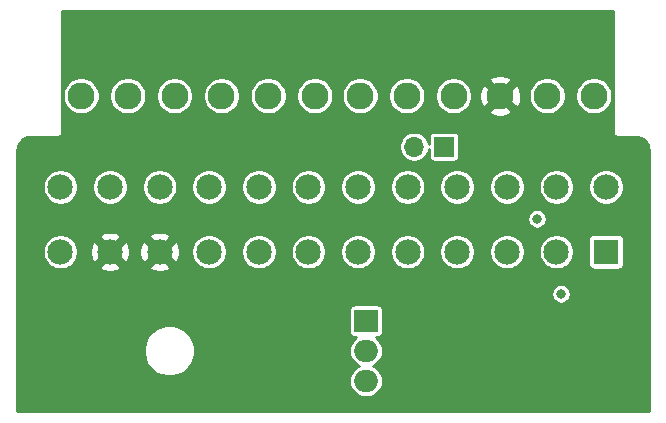
<source format=gbr>
%TF.GenerationSoftware,KiCad,Pcbnew,(5.1.6)-1*%
%TF.CreationDate,2022-02-21T08:46:32-05:00*%
%TF.ProjectId,PICO-AT,5049434f-2d41-4542-9e6b-696361645f70,rev?*%
%TF.SameCoordinates,Original*%
%TF.FileFunction,Copper,L3,Inr*%
%TF.FilePolarity,Positive*%
%FSLAX46Y46*%
G04 Gerber Fmt 4.6, Leading zero omitted, Abs format (unit mm)*
G04 Created by KiCad (PCBNEW (5.1.6)-1) date 2022-02-21 08:46:32*
%MOMM*%
%LPD*%
G01*
G04 APERTURE LIST*
%TA.AperFunction,ViaPad*%
%ADD10C,2.280000*%
%TD*%
%TA.AperFunction,ViaPad*%
%ADD11R,2.150000X2.150000*%
%TD*%
%TA.AperFunction,ViaPad*%
%ADD12C,2.150000*%
%TD*%
%TA.AperFunction,ViaPad*%
%ADD13R,2.000000X1.905000*%
%TD*%
%TA.AperFunction,ViaPad*%
%ADD14O,2.000000X1.905000*%
%TD*%
%TA.AperFunction,ViaPad*%
%ADD15R,1.700000X1.700000*%
%TD*%
%TA.AperFunction,ViaPad*%
%ADD16O,1.700000X1.700000*%
%TD*%
%TA.AperFunction,ViaPad*%
%ADD17C,0.800000*%
%TD*%
%TA.AperFunction,Conductor*%
%ADD18C,0.254000*%
%TD*%
G04 APERTURE END LIST*
D10*
%TO.N,/GND*%
%TO.C,J1*%
X151130000Y-94488000D03*
X155090000Y-94488000D03*
%TO.N,/-12V*%
X159050000Y-94488000D03*
%TO.N,/12V*%
X163010000Y-94488000D03*
%TO.N,/5V*%
X166970000Y-94488000D03*
%TO.N,/PG*%
X170930000Y-94488000D03*
%TD*%
%TO.N,/GND*%
%TO.C,J2*%
X147308000Y-94488000D03*
X143348000Y-94488000D03*
%TO.N,/-5V*%
X139388000Y-94488000D03*
%TO.N,/5V*%
X135428000Y-94488000D03*
X131468000Y-94488000D03*
X127508000Y-94488000D03*
%TD*%
D11*
%TO.N,/3.3V*%
%TO.C,J3*%
X171958000Y-107696000D03*
D12*
X167758000Y-107696000D03*
%TO.N,/GND*%
X163558000Y-107696000D03*
%TO.N,/5V*%
X159358000Y-107696000D03*
%TO.N,/GND*%
X155158000Y-107696000D03*
%TO.N,/5V*%
X150958000Y-107696000D03*
%TO.N,/GND*%
X146758000Y-107696000D03*
%TO.N,/PG*%
X142558000Y-107696000D03*
%TO.N,/5VSB*%
X138358000Y-107696000D03*
%TO.N,/12V*%
X134158000Y-107696000D03*
X129958000Y-107696000D03*
%TO.N,/3.3V*%
X125758000Y-107696000D03*
X171958000Y-102196000D03*
%TO.N,/-12V*%
X167758000Y-102196000D03*
%TO.N,/GND*%
X163558000Y-102196000D03*
%TO.N,/PS-ON*%
X159358000Y-102196000D03*
%TO.N,/GND*%
X155158000Y-102196000D03*
X150958000Y-102196000D03*
X146758000Y-102196000D03*
%TO.N,Net-(J3-Pad20)*%
X142558000Y-102196000D03*
%TO.N,/5V*%
X138358000Y-102196000D03*
X134158000Y-102196000D03*
X129958000Y-102196000D03*
%TO.N,/GND*%
X125758000Y-102196000D03*
%TD*%
D13*
%TO.N,/GND*%
%TO.C,U1*%
X151638000Y-113538000D03*
D14*
%TO.N,/-12V*%
X151638000Y-116078000D03*
%TO.N,/-5V*%
X151638000Y-118618000D03*
%TD*%
D15*
%TO.N,/PS-ON*%
%TO.C,PWR*%
X158242000Y-98806000D03*
D16*
%TO.N,/GND*%
X155702000Y-98806000D03*
%TD*%
D17*
%TO.N,/12V*%
X163068000Y-113030000D03*
%TO.N,/5V*%
X168148000Y-111252000D03*
%TO.N,/PG*%
X166116000Y-104902000D03*
%TD*%
D18*
%TO.N,/12V*%
G36*
X172522000Y-97513795D02*
G01*
X172519813Y-97536000D01*
X172528540Y-97624607D01*
X172554386Y-97709810D01*
X172596357Y-97788333D01*
X172642825Y-97844954D01*
X172652841Y-97857159D01*
X172721667Y-97913643D01*
X172800190Y-97955614D01*
X172885393Y-97981460D01*
X172974000Y-97990187D01*
X172996205Y-97988000D01*
X174475892Y-97988000D01*
X174705800Y-98010542D01*
X174905678Y-98070889D01*
X175090039Y-98168916D01*
X175251839Y-98300876D01*
X175384932Y-98461759D01*
X175484240Y-98645425D01*
X175545981Y-98844878D01*
X175570001Y-99073411D01*
X175570000Y-121214000D01*
X122118000Y-121214000D01*
X122118000Y-115863584D01*
X132801000Y-115863584D01*
X132801000Y-116292416D01*
X132884660Y-116713008D01*
X133048767Y-117109196D01*
X133287013Y-117465757D01*
X133590243Y-117768987D01*
X133946804Y-118007233D01*
X134342992Y-118171340D01*
X134763584Y-118255000D01*
X135192416Y-118255000D01*
X135613008Y-118171340D01*
X136009196Y-118007233D01*
X136365757Y-117768987D01*
X136668987Y-117465757D01*
X136907233Y-117109196D01*
X137071340Y-116713008D01*
X137155000Y-116292416D01*
X137155000Y-116078000D01*
X150204326Y-116078000D01*
X150230961Y-116348429D01*
X150309842Y-116608466D01*
X150437938Y-116848117D01*
X150610327Y-117058173D01*
X150820383Y-117230562D01*
X151040094Y-117348000D01*
X150820383Y-117465438D01*
X150610327Y-117637827D01*
X150437938Y-117847883D01*
X150309842Y-118087534D01*
X150230961Y-118347571D01*
X150204326Y-118618000D01*
X150230961Y-118888429D01*
X150309842Y-119148466D01*
X150437938Y-119388117D01*
X150610327Y-119598173D01*
X150820383Y-119770562D01*
X151060034Y-119898658D01*
X151320071Y-119977539D01*
X151522738Y-119997500D01*
X151753262Y-119997500D01*
X151955929Y-119977539D01*
X152215966Y-119898658D01*
X152455617Y-119770562D01*
X152665673Y-119598173D01*
X152838062Y-119388117D01*
X152966158Y-119148466D01*
X153045039Y-118888429D01*
X153071674Y-118618000D01*
X153045039Y-118347571D01*
X152966158Y-118087534D01*
X152838062Y-117847883D01*
X152665673Y-117637827D01*
X152455617Y-117465438D01*
X152235906Y-117348000D01*
X152455617Y-117230562D01*
X152665673Y-117058173D01*
X152838062Y-116848117D01*
X152966158Y-116608466D01*
X153045039Y-116348429D01*
X153071674Y-116078000D01*
X153045039Y-115807571D01*
X152966158Y-115547534D01*
X152838062Y-115307883D01*
X152665673Y-115097827D01*
X152455617Y-114925438D01*
X152444631Y-114919566D01*
X152638000Y-114919566D01*
X152721707Y-114911322D01*
X152802196Y-114886905D01*
X152876376Y-114847255D01*
X152941395Y-114793895D01*
X152994755Y-114728876D01*
X153034405Y-114654696D01*
X153058822Y-114574207D01*
X153067066Y-114490500D01*
X153067066Y-112585500D01*
X153058822Y-112501793D01*
X153034405Y-112421304D01*
X152994755Y-112347124D01*
X152941395Y-112282105D01*
X152876376Y-112228745D01*
X152802196Y-112189095D01*
X152721707Y-112164678D01*
X152638000Y-112156434D01*
X150638000Y-112156434D01*
X150554293Y-112164678D01*
X150473804Y-112189095D01*
X150399624Y-112228745D01*
X150334605Y-112282105D01*
X150281245Y-112347124D01*
X150241595Y-112421304D01*
X150217178Y-112501793D01*
X150208934Y-112585500D01*
X150208934Y-114490500D01*
X150217178Y-114574207D01*
X150241595Y-114654696D01*
X150281245Y-114728876D01*
X150334605Y-114793895D01*
X150399624Y-114847255D01*
X150473804Y-114886905D01*
X150554293Y-114911322D01*
X150638000Y-114919566D01*
X150831369Y-114919566D01*
X150820383Y-114925438D01*
X150610327Y-115097827D01*
X150437938Y-115307883D01*
X150309842Y-115547534D01*
X150230961Y-115807571D01*
X150204326Y-116078000D01*
X137155000Y-116078000D01*
X137155000Y-115863584D01*
X137071340Y-115442992D01*
X136907233Y-115046804D01*
X136668987Y-114690243D01*
X136365757Y-114387013D01*
X136009196Y-114148767D01*
X135613008Y-113984660D01*
X135192416Y-113901000D01*
X134763584Y-113901000D01*
X134342992Y-113984660D01*
X133946804Y-114148767D01*
X133590243Y-114387013D01*
X133287013Y-114690243D01*
X133048767Y-115046804D01*
X132884660Y-115442992D01*
X132801000Y-115863584D01*
X122118000Y-115863584D01*
X122118000Y-111170548D01*
X167321000Y-111170548D01*
X167321000Y-111333452D01*
X167352782Y-111493227D01*
X167415123Y-111643731D01*
X167505628Y-111779181D01*
X167620819Y-111894372D01*
X167756269Y-111984877D01*
X167906773Y-112047218D01*
X168066548Y-112079000D01*
X168229452Y-112079000D01*
X168389227Y-112047218D01*
X168539731Y-111984877D01*
X168675181Y-111894372D01*
X168790372Y-111779181D01*
X168880877Y-111643731D01*
X168943218Y-111493227D01*
X168975000Y-111333452D01*
X168975000Y-111170548D01*
X168943218Y-111010773D01*
X168880877Y-110860269D01*
X168790372Y-110724819D01*
X168675181Y-110609628D01*
X168539731Y-110519123D01*
X168389227Y-110456782D01*
X168229452Y-110425000D01*
X168066548Y-110425000D01*
X167906773Y-110456782D01*
X167756269Y-110519123D01*
X167620819Y-110609628D01*
X167505628Y-110724819D01*
X167415123Y-110860269D01*
X167352782Y-111010773D01*
X167321000Y-111170548D01*
X122118000Y-111170548D01*
X122118000Y-107548066D01*
X124256000Y-107548066D01*
X124256000Y-107843934D01*
X124313721Y-108134117D01*
X124426944Y-108407464D01*
X124591320Y-108653469D01*
X124800531Y-108862680D01*
X125046536Y-109027056D01*
X125319883Y-109140279D01*
X125610066Y-109198000D01*
X125905934Y-109198000D01*
X126196117Y-109140279D01*
X126469464Y-109027056D01*
X126569700Y-108960080D01*
X129044645Y-108960080D01*
X129159235Y-109217329D01*
X129471380Y-109343929D01*
X129802225Y-109407199D01*
X130139057Y-109404709D01*
X130468931Y-109336553D01*
X130756765Y-109217329D01*
X130871355Y-108960080D01*
X133244645Y-108960080D01*
X133359235Y-109217329D01*
X133671380Y-109343929D01*
X134002225Y-109407199D01*
X134339057Y-109404709D01*
X134668931Y-109336553D01*
X134956765Y-109217329D01*
X135071355Y-108960080D01*
X134158000Y-108046725D01*
X133244645Y-108960080D01*
X130871355Y-108960080D01*
X129958000Y-108046725D01*
X129044645Y-108960080D01*
X126569700Y-108960080D01*
X126715469Y-108862680D01*
X126924680Y-108653469D01*
X127089056Y-108407464D01*
X127202279Y-108134117D01*
X127260000Y-107843934D01*
X127260000Y-107548066D01*
X127258441Y-107540225D01*
X128246801Y-107540225D01*
X128249291Y-107877057D01*
X128317447Y-108206931D01*
X128436671Y-108494765D01*
X128693920Y-108609355D01*
X129607275Y-107696000D01*
X130308725Y-107696000D01*
X131222080Y-108609355D01*
X131479329Y-108494765D01*
X131605929Y-108182620D01*
X131669199Y-107851775D01*
X131666896Y-107540225D01*
X132446801Y-107540225D01*
X132449291Y-107877057D01*
X132517447Y-108206931D01*
X132636671Y-108494765D01*
X132893920Y-108609355D01*
X133807275Y-107696000D01*
X134508725Y-107696000D01*
X135422080Y-108609355D01*
X135679329Y-108494765D01*
X135805929Y-108182620D01*
X135869199Y-107851775D01*
X135866954Y-107548066D01*
X136856000Y-107548066D01*
X136856000Y-107843934D01*
X136913721Y-108134117D01*
X137026944Y-108407464D01*
X137191320Y-108653469D01*
X137400531Y-108862680D01*
X137646536Y-109027056D01*
X137919883Y-109140279D01*
X138210066Y-109198000D01*
X138505934Y-109198000D01*
X138796117Y-109140279D01*
X139069464Y-109027056D01*
X139315469Y-108862680D01*
X139524680Y-108653469D01*
X139689056Y-108407464D01*
X139802279Y-108134117D01*
X139860000Y-107843934D01*
X139860000Y-107548066D01*
X141056000Y-107548066D01*
X141056000Y-107843934D01*
X141113721Y-108134117D01*
X141226944Y-108407464D01*
X141391320Y-108653469D01*
X141600531Y-108862680D01*
X141846536Y-109027056D01*
X142119883Y-109140279D01*
X142410066Y-109198000D01*
X142705934Y-109198000D01*
X142996117Y-109140279D01*
X143269464Y-109027056D01*
X143515469Y-108862680D01*
X143724680Y-108653469D01*
X143889056Y-108407464D01*
X144002279Y-108134117D01*
X144060000Y-107843934D01*
X144060000Y-107548066D01*
X145256000Y-107548066D01*
X145256000Y-107843934D01*
X145313721Y-108134117D01*
X145426944Y-108407464D01*
X145591320Y-108653469D01*
X145800531Y-108862680D01*
X146046536Y-109027056D01*
X146319883Y-109140279D01*
X146610066Y-109198000D01*
X146905934Y-109198000D01*
X147196117Y-109140279D01*
X147469464Y-109027056D01*
X147715469Y-108862680D01*
X147924680Y-108653469D01*
X148089056Y-108407464D01*
X148202279Y-108134117D01*
X148260000Y-107843934D01*
X148260000Y-107548066D01*
X149456000Y-107548066D01*
X149456000Y-107843934D01*
X149513721Y-108134117D01*
X149626944Y-108407464D01*
X149791320Y-108653469D01*
X150000531Y-108862680D01*
X150246536Y-109027056D01*
X150519883Y-109140279D01*
X150810066Y-109198000D01*
X151105934Y-109198000D01*
X151396117Y-109140279D01*
X151669464Y-109027056D01*
X151915469Y-108862680D01*
X152124680Y-108653469D01*
X152289056Y-108407464D01*
X152402279Y-108134117D01*
X152460000Y-107843934D01*
X152460000Y-107548066D01*
X153656000Y-107548066D01*
X153656000Y-107843934D01*
X153713721Y-108134117D01*
X153826944Y-108407464D01*
X153991320Y-108653469D01*
X154200531Y-108862680D01*
X154446536Y-109027056D01*
X154719883Y-109140279D01*
X155010066Y-109198000D01*
X155305934Y-109198000D01*
X155596117Y-109140279D01*
X155869464Y-109027056D01*
X156115469Y-108862680D01*
X156324680Y-108653469D01*
X156489056Y-108407464D01*
X156602279Y-108134117D01*
X156660000Y-107843934D01*
X156660000Y-107548066D01*
X157856000Y-107548066D01*
X157856000Y-107843934D01*
X157913721Y-108134117D01*
X158026944Y-108407464D01*
X158191320Y-108653469D01*
X158400531Y-108862680D01*
X158646536Y-109027056D01*
X158919883Y-109140279D01*
X159210066Y-109198000D01*
X159505934Y-109198000D01*
X159796117Y-109140279D01*
X160069464Y-109027056D01*
X160315469Y-108862680D01*
X160524680Y-108653469D01*
X160689056Y-108407464D01*
X160802279Y-108134117D01*
X160860000Y-107843934D01*
X160860000Y-107548066D01*
X162056000Y-107548066D01*
X162056000Y-107843934D01*
X162113721Y-108134117D01*
X162226944Y-108407464D01*
X162391320Y-108653469D01*
X162600531Y-108862680D01*
X162846536Y-109027056D01*
X163119883Y-109140279D01*
X163410066Y-109198000D01*
X163705934Y-109198000D01*
X163996117Y-109140279D01*
X164269464Y-109027056D01*
X164515469Y-108862680D01*
X164724680Y-108653469D01*
X164889056Y-108407464D01*
X165002279Y-108134117D01*
X165060000Y-107843934D01*
X165060000Y-107548066D01*
X166256000Y-107548066D01*
X166256000Y-107843934D01*
X166313721Y-108134117D01*
X166426944Y-108407464D01*
X166591320Y-108653469D01*
X166800531Y-108862680D01*
X167046536Y-109027056D01*
X167319883Y-109140279D01*
X167610066Y-109198000D01*
X167905934Y-109198000D01*
X168196117Y-109140279D01*
X168469464Y-109027056D01*
X168715469Y-108862680D01*
X168924680Y-108653469D01*
X169089056Y-108407464D01*
X169202279Y-108134117D01*
X169260000Y-107843934D01*
X169260000Y-107548066D01*
X169202279Y-107257883D01*
X169089056Y-106984536D01*
X168924680Y-106738531D01*
X168807149Y-106621000D01*
X170453934Y-106621000D01*
X170453934Y-108771000D01*
X170462178Y-108854707D01*
X170486595Y-108935196D01*
X170526245Y-109009376D01*
X170579605Y-109074395D01*
X170644624Y-109127755D01*
X170718804Y-109167405D01*
X170799293Y-109191822D01*
X170883000Y-109200066D01*
X173033000Y-109200066D01*
X173116707Y-109191822D01*
X173197196Y-109167405D01*
X173271376Y-109127755D01*
X173336395Y-109074395D01*
X173389755Y-109009376D01*
X173429405Y-108935196D01*
X173453822Y-108854707D01*
X173462066Y-108771000D01*
X173462066Y-106621000D01*
X173453822Y-106537293D01*
X173429405Y-106456804D01*
X173389755Y-106382624D01*
X173336395Y-106317605D01*
X173271376Y-106264245D01*
X173197196Y-106224595D01*
X173116707Y-106200178D01*
X173033000Y-106191934D01*
X170883000Y-106191934D01*
X170799293Y-106200178D01*
X170718804Y-106224595D01*
X170644624Y-106264245D01*
X170579605Y-106317605D01*
X170526245Y-106382624D01*
X170486595Y-106456804D01*
X170462178Y-106537293D01*
X170453934Y-106621000D01*
X168807149Y-106621000D01*
X168715469Y-106529320D01*
X168469464Y-106364944D01*
X168196117Y-106251721D01*
X167905934Y-106194000D01*
X167610066Y-106194000D01*
X167319883Y-106251721D01*
X167046536Y-106364944D01*
X166800531Y-106529320D01*
X166591320Y-106738531D01*
X166426944Y-106984536D01*
X166313721Y-107257883D01*
X166256000Y-107548066D01*
X165060000Y-107548066D01*
X165002279Y-107257883D01*
X164889056Y-106984536D01*
X164724680Y-106738531D01*
X164515469Y-106529320D01*
X164269464Y-106364944D01*
X163996117Y-106251721D01*
X163705934Y-106194000D01*
X163410066Y-106194000D01*
X163119883Y-106251721D01*
X162846536Y-106364944D01*
X162600531Y-106529320D01*
X162391320Y-106738531D01*
X162226944Y-106984536D01*
X162113721Y-107257883D01*
X162056000Y-107548066D01*
X160860000Y-107548066D01*
X160802279Y-107257883D01*
X160689056Y-106984536D01*
X160524680Y-106738531D01*
X160315469Y-106529320D01*
X160069464Y-106364944D01*
X159796117Y-106251721D01*
X159505934Y-106194000D01*
X159210066Y-106194000D01*
X158919883Y-106251721D01*
X158646536Y-106364944D01*
X158400531Y-106529320D01*
X158191320Y-106738531D01*
X158026944Y-106984536D01*
X157913721Y-107257883D01*
X157856000Y-107548066D01*
X156660000Y-107548066D01*
X156602279Y-107257883D01*
X156489056Y-106984536D01*
X156324680Y-106738531D01*
X156115469Y-106529320D01*
X155869464Y-106364944D01*
X155596117Y-106251721D01*
X155305934Y-106194000D01*
X155010066Y-106194000D01*
X154719883Y-106251721D01*
X154446536Y-106364944D01*
X154200531Y-106529320D01*
X153991320Y-106738531D01*
X153826944Y-106984536D01*
X153713721Y-107257883D01*
X153656000Y-107548066D01*
X152460000Y-107548066D01*
X152402279Y-107257883D01*
X152289056Y-106984536D01*
X152124680Y-106738531D01*
X151915469Y-106529320D01*
X151669464Y-106364944D01*
X151396117Y-106251721D01*
X151105934Y-106194000D01*
X150810066Y-106194000D01*
X150519883Y-106251721D01*
X150246536Y-106364944D01*
X150000531Y-106529320D01*
X149791320Y-106738531D01*
X149626944Y-106984536D01*
X149513721Y-107257883D01*
X149456000Y-107548066D01*
X148260000Y-107548066D01*
X148202279Y-107257883D01*
X148089056Y-106984536D01*
X147924680Y-106738531D01*
X147715469Y-106529320D01*
X147469464Y-106364944D01*
X147196117Y-106251721D01*
X146905934Y-106194000D01*
X146610066Y-106194000D01*
X146319883Y-106251721D01*
X146046536Y-106364944D01*
X145800531Y-106529320D01*
X145591320Y-106738531D01*
X145426944Y-106984536D01*
X145313721Y-107257883D01*
X145256000Y-107548066D01*
X144060000Y-107548066D01*
X144002279Y-107257883D01*
X143889056Y-106984536D01*
X143724680Y-106738531D01*
X143515469Y-106529320D01*
X143269464Y-106364944D01*
X142996117Y-106251721D01*
X142705934Y-106194000D01*
X142410066Y-106194000D01*
X142119883Y-106251721D01*
X141846536Y-106364944D01*
X141600531Y-106529320D01*
X141391320Y-106738531D01*
X141226944Y-106984536D01*
X141113721Y-107257883D01*
X141056000Y-107548066D01*
X139860000Y-107548066D01*
X139802279Y-107257883D01*
X139689056Y-106984536D01*
X139524680Y-106738531D01*
X139315469Y-106529320D01*
X139069464Y-106364944D01*
X138796117Y-106251721D01*
X138505934Y-106194000D01*
X138210066Y-106194000D01*
X137919883Y-106251721D01*
X137646536Y-106364944D01*
X137400531Y-106529320D01*
X137191320Y-106738531D01*
X137026944Y-106984536D01*
X136913721Y-107257883D01*
X136856000Y-107548066D01*
X135866954Y-107548066D01*
X135866709Y-107514943D01*
X135798553Y-107185069D01*
X135679329Y-106897235D01*
X135422080Y-106782645D01*
X134508725Y-107696000D01*
X133807275Y-107696000D01*
X132893920Y-106782645D01*
X132636671Y-106897235D01*
X132510071Y-107209380D01*
X132446801Y-107540225D01*
X131666896Y-107540225D01*
X131666709Y-107514943D01*
X131598553Y-107185069D01*
X131479329Y-106897235D01*
X131222080Y-106782645D01*
X130308725Y-107696000D01*
X129607275Y-107696000D01*
X128693920Y-106782645D01*
X128436671Y-106897235D01*
X128310071Y-107209380D01*
X128246801Y-107540225D01*
X127258441Y-107540225D01*
X127202279Y-107257883D01*
X127089056Y-106984536D01*
X126924680Y-106738531D01*
X126715469Y-106529320D01*
X126569701Y-106431920D01*
X129044645Y-106431920D01*
X129958000Y-107345275D01*
X130871355Y-106431920D01*
X133244645Y-106431920D01*
X134158000Y-107345275D01*
X135071355Y-106431920D01*
X134956765Y-106174671D01*
X134644620Y-106048071D01*
X134313775Y-105984801D01*
X133976943Y-105987291D01*
X133647069Y-106055447D01*
X133359235Y-106174671D01*
X133244645Y-106431920D01*
X130871355Y-106431920D01*
X130756765Y-106174671D01*
X130444620Y-106048071D01*
X130113775Y-105984801D01*
X129776943Y-105987291D01*
X129447069Y-106055447D01*
X129159235Y-106174671D01*
X129044645Y-106431920D01*
X126569701Y-106431920D01*
X126469464Y-106364944D01*
X126196117Y-106251721D01*
X125905934Y-106194000D01*
X125610066Y-106194000D01*
X125319883Y-106251721D01*
X125046536Y-106364944D01*
X124800531Y-106529320D01*
X124591320Y-106738531D01*
X124426944Y-106984536D01*
X124313721Y-107257883D01*
X124256000Y-107548066D01*
X122118000Y-107548066D01*
X122118000Y-104820548D01*
X165289000Y-104820548D01*
X165289000Y-104983452D01*
X165320782Y-105143227D01*
X165383123Y-105293731D01*
X165473628Y-105429181D01*
X165588819Y-105544372D01*
X165724269Y-105634877D01*
X165874773Y-105697218D01*
X166034548Y-105729000D01*
X166197452Y-105729000D01*
X166357227Y-105697218D01*
X166507731Y-105634877D01*
X166643181Y-105544372D01*
X166758372Y-105429181D01*
X166848877Y-105293731D01*
X166911218Y-105143227D01*
X166943000Y-104983452D01*
X166943000Y-104820548D01*
X166911218Y-104660773D01*
X166848877Y-104510269D01*
X166758372Y-104374819D01*
X166643181Y-104259628D01*
X166507731Y-104169123D01*
X166357227Y-104106782D01*
X166197452Y-104075000D01*
X166034548Y-104075000D01*
X165874773Y-104106782D01*
X165724269Y-104169123D01*
X165588819Y-104259628D01*
X165473628Y-104374819D01*
X165383123Y-104510269D01*
X165320782Y-104660773D01*
X165289000Y-104820548D01*
X122118000Y-104820548D01*
X122118000Y-102048066D01*
X124256000Y-102048066D01*
X124256000Y-102343934D01*
X124313721Y-102634117D01*
X124426944Y-102907464D01*
X124591320Y-103153469D01*
X124800531Y-103362680D01*
X125046536Y-103527056D01*
X125319883Y-103640279D01*
X125610066Y-103698000D01*
X125905934Y-103698000D01*
X126196117Y-103640279D01*
X126469464Y-103527056D01*
X126715469Y-103362680D01*
X126924680Y-103153469D01*
X127089056Y-102907464D01*
X127202279Y-102634117D01*
X127260000Y-102343934D01*
X127260000Y-102048066D01*
X128456000Y-102048066D01*
X128456000Y-102343934D01*
X128513721Y-102634117D01*
X128626944Y-102907464D01*
X128791320Y-103153469D01*
X129000531Y-103362680D01*
X129246536Y-103527056D01*
X129519883Y-103640279D01*
X129810066Y-103698000D01*
X130105934Y-103698000D01*
X130396117Y-103640279D01*
X130669464Y-103527056D01*
X130915469Y-103362680D01*
X131124680Y-103153469D01*
X131289056Y-102907464D01*
X131402279Y-102634117D01*
X131460000Y-102343934D01*
X131460000Y-102048066D01*
X132656000Y-102048066D01*
X132656000Y-102343934D01*
X132713721Y-102634117D01*
X132826944Y-102907464D01*
X132991320Y-103153469D01*
X133200531Y-103362680D01*
X133446536Y-103527056D01*
X133719883Y-103640279D01*
X134010066Y-103698000D01*
X134305934Y-103698000D01*
X134596117Y-103640279D01*
X134869464Y-103527056D01*
X135115469Y-103362680D01*
X135324680Y-103153469D01*
X135489056Y-102907464D01*
X135602279Y-102634117D01*
X135660000Y-102343934D01*
X135660000Y-102048066D01*
X136856000Y-102048066D01*
X136856000Y-102343934D01*
X136913721Y-102634117D01*
X137026944Y-102907464D01*
X137191320Y-103153469D01*
X137400531Y-103362680D01*
X137646536Y-103527056D01*
X137919883Y-103640279D01*
X138210066Y-103698000D01*
X138505934Y-103698000D01*
X138796117Y-103640279D01*
X139069464Y-103527056D01*
X139315469Y-103362680D01*
X139524680Y-103153469D01*
X139689056Y-102907464D01*
X139802279Y-102634117D01*
X139860000Y-102343934D01*
X139860000Y-102048066D01*
X141056000Y-102048066D01*
X141056000Y-102343934D01*
X141113721Y-102634117D01*
X141226944Y-102907464D01*
X141391320Y-103153469D01*
X141600531Y-103362680D01*
X141846536Y-103527056D01*
X142119883Y-103640279D01*
X142410066Y-103698000D01*
X142705934Y-103698000D01*
X142996117Y-103640279D01*
X143269464Y-103527056D01*
X143515469Y-103362680D01*
X143724680Y-103153469D01*
X143889056Y-102907464D01*
X144002279Y-102634117D01*
X144060000Y-102343934D01*
X144060000Y-102048066D01*
X145256000Y-102048066D01*
X145256000Y-102343934D01*
X145313721Y-102634117D01*
X145426944Y-102907464D01*
X145591320Y-103153469D01*
X145800531Y-103362680D01*
X146046536Y-103527056D01*
X146319883Y-103640279D01*
X146610066Y-103698000D01*
X146905934Y-103698000D01*
X147196117Y-103640279D01*
X147469464Y-103527056D01*
X147715469Y-103362680D01*
X147924680Y-103153469D01*
X148089056Y-102907464D01*
X148202279Y-102634117D01*
X148260000Y-102343934D01*
X148260000Y-102048066D01*
X149456000Y-102048066D01*
X149456000Y-102343934D01*
X149513721Y-102634117D01*
X149626944Y-102907464D01*
X149791320Y-103153469D01*
X150000531Y-103362680D01*
X150246536Y-103527056D01*
X150519883Y-103640279D01*
X150810066Y-103698000D01*
X151105934Y-103698000D01*
X151396117Y-103640279D01*
X151669464Y-103527056D01*
X151915469Y-103362680D01*
X152124680Y-103153469D01*
X152289056Y-102907464D01*
X152402279Y-102634117D01*
X152460000Y-102343934D01*
X152460000Y-102048066D01*
X153656000Y-102048066D01*
X153656000Y-102343934D01*
X153713721Y-102634117D01*
X153826944Y-102907464D01*
X153991320Y-103153469D01*
X154200531Y-103362680D01*
X154446536Y-103527056D01*
X154719883Y-103640279D01*
X155010066Y-103698000D01*
X155305934Y-103698000D01*
X155596117Y-103640279D01*
X155869464Y-103527056D01*
X156115469Y-103362680D01*
X156324680Y-103153469D01*
X156489056Y-102907464D01*
X156602279Y-102634117D01*
X156660000Y-102343934D01*
X156660000Y-102048066D01*
X157856000Y-102048066D01*
X157856000Y-102343934D01*
X157913721Y-102634117D01*
X158026944Y-102907464D01*
X158191320Y-103153469D01*
X158400531Y-103362680D01*
X158646536Y-103527056D01*
X158919883Y-103640279D01*
X159210066Y-103698000D01*
X159505934Y-103698000D01*
X159796117Y-103640279D01*
X160069464Y-103527056D01*
X160315469Y-103362680D01*
X160524680Y-103153469D01*
X160689056Y-102907464D01*
X160802279Y-102634117D01*
X160860000Y-102343934D01*
X160860000Y-102048066D01*
X162056000Y-102048066D01*
X162056000Y-102343934D01*
X162113721Y-102634117D01*
X162226944Y-102907464D01*
X162391320Y-103153469D01*
X162600531Y-103362680D01*
X162846536Y-103527056D01*
X163119883Y-103640279D01*
X163410066Y-103698000D01*
X163705934Y-103698000D01*
X163996117Y-103640279D01*
X164269464Y-103527056D01*
X164515469Y-103362680D01*
X164724680Y-103153469D01*
X164889056Y-102907464D01*
X165002279Y-102634117D01*
X165060000Y-102343934D01*
X165060000Y-102048066D01*
X166256000Y-102048066D01*
X166256000Y-102343934D01*
X166313721Y-102634117D01*
X166426944Y-102907464D01*
X166591320Y-103153469D01*
X166800531Y-103362680D01*
X167046536Y-103527056D01*
X167319883Y-103640279D01*
X167610066Y-103698000D01*
X167905934Y-103698000D01*
X168196117Y-103640279D01*
X168469464Y-103527056D01*
X168715469Y-103362680D01*
X168924680Y-103153469D01*
X169089056Y-102907464D01*
X169202279Y-102634117D01*
X169260000Y-102343934D01*
X169260000Y-102048066D01*
X170456000Y-102048066D01*
X170456000Y-102343934D01*
X170513721Y-102634117D01*
X170626944Y-102907464D01*
X170791320Y-103153469D01*
X171000531Y-103362680D01*
X171246536Y-103527056D01*
X171519883Y-103640279D01*
X171810066Y-103698000D01*
X172105934Y-103698000D01*
X172396117Y-103640279D01*
X172669464Y-103527056D01*
X172915469Y-103362680D01*
X173124680Y-103153469D01*
X173289056Y-102907464D01*
X173402279Y-102634117D01*
X173460000Y-102343934D01*
X173460000Y-102048066D01*
X173402279Y-101757883D01*
X173289056Y-101484536D01*
X173124680Y-101238531D01*
X172915469Y-101029320D01*
X172669464Y-100864944D01*
X172396117Y-100751721D01*
X172105934Y-100694000D01*
X171810066Y-100694000D01*
X171519883Y-100751721D01*
X171246536Y-100864944D01*
X171000531Y-101029320D01*
X170791320Y-101238531D01*
X170626944Y-101484536D01*
X170513721Y-101757883D01*
X170456000Y-102048066D01*
X169260000Y-102048066D01*
X169202279Y-101757883D01*
X169089056Y-101484536D01*
X168924680Y-101238531D01*
X168715469Y-101029320D01*
X168469464Y-100864944D01*
X168196117Y-100751721D01*
X167905934Y-100694000D01*
X167610066Y-100694000D01*
X167319883Y-100751721D01*
X167046536Y-100864944D01*
X166800531Y-101029320D01*
X166591320Y-101238531D01*
X166426944Y-101484536D01*
X166313721Y-101757883D01*
X166256000Y-102048066D01*
X165060000Y-102048066D01*
X165002279Y-101757883D01*
X164889056Y-101484536D01*
X164724680Y-101238531D01*
X164515469Y-101029320D01*
X164269464Y-100864944D01*
X163996117Y-100751721D01*
X163705934Y-100694000D01*
X163410066Y-100694000D01*
X163119883Y-100751721D01*
X162846536Y-100864944D01*
X162600531Y-101029320D01*
X162391320Y-101238531D01*
X162226944Y-101484536D01*
X162113721Y-101757883D01*
X162056000Y-102048066D01*
X160860000Y-102048066D01*
X160802279Y-101757883D01*
X160689056Y-101484536D01*
X160524680Y-101238531D01*
X160315469Y-101029320D01*
X160069464Y-100864944D01*
X159796117Y-100751721D01*
X159505934Y-100694000D01*
X159210066Y-100694000D01*
X158919883Y-100751721D01*
X158646536Y-100864944D01*
X158400531Y-101029320D01*
X158191320Y-101238531D01*
X158026944Y-101484536D01*
X157913721Y-101757883D01*
X157856000Y-102048066D01*
X156660000Y-102048066D01*
X156602279Y-101757883D01*
X156489056Y-101484536D01*
X156324680Y-101238531D01*
X156115469Y-101029320D01*
X155869464Y-100864944D01*
X155596117Y-100751721D01*
X155305934Y-100694000D01*
X155010066Y-100694000D01*
X154719883Y-100751721D01*
X154446536Y-100864944D01*
X154200531Y-101029320D01*
X153991320Y-101238531D01*
X153826944Y-101484536D01*
X153713721Y-101757883D01*
X153656000Y-102048066D01*
X152460000Y-102048066D01*
X152402279Y-101757883D01*
X152289056Y-101484536D01*
X152124680Y-101238531D01*
X151915469Y-101029320D01*
X151669464Y-100864944D01*
X151396117Y-100751721D01*
X151105934Y-100694000D01*
X150810066Y-100694000D01*
X150519883Y-100751721D01*
X150246536Y-100864944D01*
X150000531Y-101029320D01*
X149791320Y-101238531D01*
X149626944Y-101484536D01*
X149513721Y-101757883D01*
X149456000Y-102048066D01*
X148260000Y-102048066D01*
X148202279Y-101757883D01*
X148089056Y-101484536D01*
X147924680Y-101238531D01*
X147715469Y-101029320D01*
X147469464Y-100864944D01*
X147196117Y-100751721D01*
X146905934Y-100694000D01*
X146610066Y-100694000D01*
X146319883Y-100751721D01*
X146046536Y-100864944D01*
X145800531Y-101029320D01*
X145591320Y-101238531D01*
X145426944Y-101484536D01*
X145313721Y-101757883D01*
X145256000Y-102048066D01*
X144060000Y-102048066D01*
X144002279Y-101757883D01*
X143889056Y-101484536D01*
X143724680Y-101238531D01*
X143515469Y-101029320D01*
X143269464Y-100864944D01*
X142996117Y-100751721D01*
X142705934Y-100694000D01*
X142410066Y-100694000D01*
X142119883Y-100751721D01*
X141846536Y-100864944D01*
X141600531Y-101029320D01*
X141391320Y-101238531D01*
X141226944Y-101484536D01*
X141113721Y-101757883D01*
X141056000Y-102048066D01*
X139860000Y-102048066D01*
X139802279Y-101757883D01*
X139689056Y-101484536D01*
X139524680Y-101238531D01*
X139315469Y-101029320D01*
X139069464Y-100864944D01*
X138796117Y-100751721D01*
X138505934Y-100694000D01*
X138210066Y-100694000D01*
X137919883Y-100751721D01*
X137646536Y-100864944D01*
X137400531Y-101029320D01*
X137191320Y-101238531D01*
X137026944Y-101484536D01*
X136913721Y-101757883D01*
X136856000Y-102048066D01*
X135660000Y-102048066D01*
X135602279Y-101757883D01*
X135489056Y-101484536D01*
X135324680Y-101238531D01*
X135115469Y-101029320D01*
X134869464Y-100864944D01*
X134596117Y-100751721D01*
X134305934Y-100694000D01*
X134010066Y-100694000D01*
X133719883Y-100751721D01*
X133446536Y-100864944D01*
X133200531Y-101029320D01*
X132991320Y-101238531D01*
X132826944Y-101484536D01*
X132713721Y-101757883D01*
X132656000Y-102048066D01*
X131460000Y-102048066D01*
X131402279Y-101757883D01*
X131289056Y-101484536D01*
X131124680Y-101238531D01*
X130915469Y-101029320D01*
X130669464Y-100864944D01*
X130396117Y-100751721D01*
X130105934Y-100694000D01*
X129810066Y-100694000D01*
X129519883Y-100751721D01*
X129246536Y-100864944D01*
X129000531Y-101029320D01*
X128791320Y-101238531D01*
X128626944Y-101484536D01*
X128513721Y-101757883D01*
X128456000Y-102048066D01*
X127260000Y-102048066D01*
X127202279Y-101757883D01*
X127089056Y-101484536D01*
X126924680Y-101238531D01*
X126715469Y-101029320D01*
X126469464Y-100864944D01*
X126196117Y-100751721D01*
X125905934Y-100694000D01*
X125610066Y-100694000D01*
X125319883Y-100751721D01*
X125046536Y-100864944D01*
X124800531Y-101029320D01*
X124591320Y-101238531D01*
X124426944Y-101484536D01*
X124313721Y-101757883D01*
X124256000Y-102048066D01*
X122118000Y-102048066D01*
X122118000Y-99082108D01*
X122140542Y-98852200D01*
X122192464Y-98680226D01*
X154425000Y-98680226D01*
X154425000Y-98931774D01*
X154474074Y-99178487D01*
X154570337Y-99410886D01*
X154710089Y-99620040D01*
X154887960Y-99797911D01*
X155097114Y-99937663D01*
X155329513Y-100033926D01*
X155576226Y-100083000D01*
X155827774Y-100083000D01*
X156074487Y-100033926D01*
X156306886Y-99937663D01*
X156516040Y-99797911D01*
X156693911Y-99620040D01*
X156833663Y-99410886D01*
X156929926Y-99178487D01*
X156962934Y-99012544D01*
X156962934Y-99656000D01*
X156971178Y-99739707D01*
X156995595Y-99820196D01*
X157035245Y-99894376D01*
X157088605Y-99959395D01*
X157153624Y-100012755D01*
X157227804Y-100052405D01*
X157308293Y-100076822D01*
X157392000Y-100085066D01*
X159092000Y-100085066D01*
X159175707Y-100076822D01*
X159256196Y-100052405D01*
X159330376Y-100012755D01*
X159395395Y-99959395D01*
X159448755Y-99894376D01*
X159488405Y-99820196D01*
X159512822Y-99739707D01*
X159521066Y-99656000D01*
X159521066Y-97956000D01*
X159512822Y-97872293D01*
X159488405Y-97791804D01*
X159448755Y-97717624D01*
X159395395Y-97652605D01*
X159330376Y-97599245D01*
X159256196Y-97559595D01*
X159175707Y-97535178D01*
X159092000Y-97526934D01*
X157392000Y-97526934D01*
X157308293Y-97535178D01*
X157227804Y-97559595D01*
X157153624Y-97599245D01*
X157088605Y-97652605D01*
X157035245Y-97717624D01*
X156995595Y-97791804D01*
X156971178Y-97872293D01*
X156962934Y-97956000D01*
X156962934Y-98599456D01*
X156929926Y-98433513D01*
X156833663Y-98201114D01*
X156693911Y-97991960D01*
X156516040Y-97814089D01*
X156306886Y-97674337D01*
X156074487Y-97578074D01*
X155827774Y-97529000D01*
X155576226Y-97529000D01*
X155329513Y-97578074D01*
X155097114Y-97674337D01*
X154887960Y-97814089D01*
X154710089Y-97991960D01*
X154570337Y-98201114D01*
X154474074Y-98433513D01*
X154425000Y-98680226D01*
X122192464Y-98680226D01*
X122200889Y-98652322D01*
X122298916Y-98467961D01*
X122430876Y-98306161D01*
X122591759Y-98173068D01*
X122775425Y-98073760D01*
X122974878Y-98012019D01*
X123203401Y-97988000D01*
X125453795Y-97988000D01*
X125476000Y-97990187D01*
X125498205Y-97988000D01*
X125564607Y-97981460D01*
X125649810Y-97955614D01*
X125728333Y-97913643D01*
X125797159Y-97857159D01*
X125853643Y-97788333D01*
X125895614Y-97709810D01*
X125921460Y-97624607D01*
X125930187Y-97536000D01*
X125928000Y-97513795D01*
X125928000Y-94333664D01*
X125941000Y-94333664D01*
X125941000Y-94642336D01*
X126001219Y-94945077D01*
X126119343Y-95230253D01*
X126290832Y-95486904D01*
X126509096Y-95705168D01*
X126765747Y-95876657D01*
X127050923Y-95994781D01*
X127353664Y-96055000D01*
X127662336Y-96055000D01*
X127965077Y-95994781D01*
X128250253Y-95876657D01*
X128506904Y-95705168D01*
X128725168Y-95486904D01*
X128896657Y-95230253D01*
X129014781Y-94945077D01*
X129075000Y-94642336D01*
X129075000Y-94333664D01*
X129901000Y-94333664D01*
X129901000Y-94642336D01*
X129961219Y-94945077D01*
X130079343Y-95230253D01*
X130250832Y-95486904D01*
X130469096Y-95705168D01*
X130725747Y-95876657D01*
X131010923Y-95994781D01*
X131313664Y-96055000D01*
X131622336Y-96055000D01*
X131925077Y-95994781D01*
X132210253Y-95876657D01*
X132466904Y-95705168D01*
X132685168Y-95486904D01*
X132856657Y-95230253D01*
X132974781Y-94945077D01*
X133035000Y-94642336D01*
X133035000Y-94333664D01*
X133861000Y-94333664D01*
X133861000Y-94642336D01*
X133921219Y-94945077D01*
X134039343Y-95230253D01*
X134210832Y-95486904D01*
X134429096Y-95705168D01*
X134685747Y-95876657D01*
X134970923Y-95994781D01*
X135273664Y-96055000D01*
X135582336Y-96055000D01*
X135885077Y-95994781D01*
X136170253Y-95876657D01*
X136426904Y-95705168D01*
X136645168Y-95486904D01*
X136816657Y-95230253D01*
X136934781Y-94945077D01*
X136995000Y-94642336D01*
X136995000Y-94333664D01*
X137821000Y-94333664D01*
X137821000Y-94642336D01*
X137881219Y-94945077D01*
X137999343Y-95230253D01*
X138170832Y-95486904D01*
X138389096Y-95705168D01*
X138645747Y-95876657D01*
X138930923Y-95994781D01*
X139233664Y-96055000D01*
X139542336Y-96055000D01*
X139845077Y-95994781D01*
X140130253Y-95876657D01*
X140386904Y-95705168D01*
X140605168Y-95486904D01*
X140776657Y-95230253D01*
X140894781Y-94945077D01*
X140955000Y-94642336D01*
X140955000Y-94333664D01*
X141781000Y-94333664D01*
X141781000Y-94642336D01*
X141841219Y-94945077D01*
X141959343Y-95230253D01*
X142130832Y-95486904D01*
X142349096Y-95705168D01*
X142605747Y-95876657D01*
X142890923Y-95994781D01*
X143193664Y-96055000D01*
X143502336Y-96055000D01*
X143805077Y-95994781D01*
X144090253Y-95876657D01*
X144346904Y-95705168D01*
X144565168Y-95486904D01*
X144736657Y-95230253D01*
X144854781Y-94945077D01*
X144915000Y-94642336D01*
X144915000Y-94333664D01*
X145741000Y-94333664D01*
X145741000Y-94642336D01*
X145801219Y-94945077D01*
X145919343Y-95230253D01*
X146090832Y-95486904D01*
X146309096Y-95705168D01*
X146565747Y-95876657D01*
X146850923Y-95994781D01*
X147153664Y-96055000D01*
X147462336Y-96055000D01*
X147765077Y-95994781D01*
X148050253Y-95876657D01*
X148306904Y-95705168D01*
X148525168Y-95486904D01*
X148696657Y-95230253D01*
X148814781Y-94945077D01*
X148875000Y-94642336D01*
X148875000Y-94333664D01*
X149563000Y-94333664D01*
X149563000Y-94642336D01*
X149623219Y-94945077D01*
X149741343Y-95230253D01*
X149912832Y-95486904D01*
X150131096Y-95705168D01*
X150387747Y-95876657D01*
X150672923Y-95994781D01*
X150975664Y-96055000D01*
X151284336Y-96055000D01*
X151587077Y-95994781D01*
X151872253Y-95876657D01*
X152128904Y-95705168D01*
X152347168Y-95486904D01*
X152518657Y-95230253D01*
X152636781Y-94945077D01*
X152697000Y-94642336D01*
X152697000Y-94333664D01*
X153523000Y-94333664D01*
X153523000Y-94642336D01*
X153583219Y-94945077D01*
X153701343Y-95230253D01*
X153872832Y-95486904D01*
X154091096Y-95705168D01*
X154347747Y-95876657D01*
X154632923Y-95994781D01*
X154935664Y-96055000D01*
X155244336Y-96055000D01*
X155547077Y-95994781D01*
X155832253Y-95876657D01*
X156088904Y-95705168D01*
X156307168Y-95486904D01*
X156478657Y-95230253D01*
X156596781Y-94945077D01*
X156657000Y-94642336D01*
X156657000Y-94333664D01*
X157483000Y-94333664D01*
X157483000Y-94642336D01*
X157543219Y-94945077D01*
X157661343Y-95230253D01*
X157832832Y-95486904D01*
X158051096Y-95705168D01*
X158307747Y-95876657D01*
X158592923Y-95994781D01*
X158895664Y-96055000D01*
X159204336Y-96055000D01*
X159507077Y-95994781D01*
X159792253Y-95876657D01*
X159908721Y-95798835D01*
X162049890Y-95798835D01*
X162172453Y-96062707D01*
X162495757Y-96195847D01*
X162838821Y-96263355D01*
X163188465Y-96262637D01*
X163531251Y-96193721D01*
X163847547Y-96062707D01*
X163970110Y-95798835D01*
X163010000Y-94838725D01*
X162049890Y-95798835D01*
X159908721Y-95798835D01*
X160048904Y-95705168D01*
X160267168Y-95486904D01*
X160438657Y-95230253D01*
X160556781Y-94945077D01*
X160617000Y-94642336D01*
X160617000Y-94333664D01*
X160613650Y-94316821D01*
X161234645Y-94316821D01*
X161235363Y-94666465D01*
X161304279Y-95009251D01*
X161435293Y-95325547D01*
X161699165Y-95448110D01*
X162659275Y-94488000D01*
X163360725Y-94488000D01*
X164320835Y-95448110D01*
X164584707Y-95325547D01*
X164717847Y-95002243D01*
X164785355Y-94659179D01*
X164784687Y-94333664D01*
X165403000Y-94333664D01*
X165403000Y-94642336D01*
X165463219Y-94945077D01*
X165581343Y-95230253D01*
X165752832Y-95486904D01*
X165971096Y-95705168D01*
X166227747Y-95876657D01*
X166512923Y-95994781D01*
X166815664Y-96055000D01*
X167124336Y-96055000D01*
X167427077Y-95994781D01*
X167712253Y-95876657D01*
X167968904Y-95705168D01*
X168187168Y-95486904D01*
X168358657Y-95230253D01*
X168476781Y-94945077D01*
X168537000Y-94642336D01*
X168537000Y-94333664D01*
X169363000Y-94333664D01*
X169363000Y-94642336D01*
X169423219Y-94945077D01*
X169541343Y-95230253D01*
X169712832Y-95486904D01*
X169931096Y-95705168D01*
X170187747Y-95876657D01*
X170472923Y-95994781D01*
X170775664Y-96055000D01*
X171084336Y-96055000D01*
X171387077Y-95994781D01*
X171672253Y-95876657D01*
X171928904Y-95705168D01*
X172147168Y-95486904D01*
X172318657Y-95230253D01*
X172436781Y-94945077D01*
X172497000Y-94642336D01*
X172497000Y-94333664D01*
X172436781Y-94030923D01*
X172318657Y-93745747D01*
X172147168Y-93489096D01*
X171928904Y-93270832D01*
X171672253Y-93099343D01*
X171387077Y-92981219D01*
X171084336Y-92921000D01*
X170775664Y-92921000D01*
X170472923Y-92981219D01*
X170187747Y-93099343D01*
X169931096Y-93270832D01*
X169712832Y-93489096D01*
X169541343Y-93745747D01*
X169423219Y-94030923D01*
X169363000Y-94333664D01*
X168537000Y-94333664D01*
X168476781Y-94030923D01*
X168358657Y-93745747D01*
X168187168Y-93489096D01*
X167968904Y-93270832D01*
X167712253Y-93099343D01*
X167427077Y-92981219D01*
X167124336Y-92921000D01*
X166815664Y-92921000D01*
X166512923Y-92981219D01*
X166227747Y-93099343D01*
X165971096Y-93270832D01*
X165752832Y-93489096D01*
X165581343Y-93745747D01*
X165463219Y-94030923D01*
X165403000Y-94333664D01*
X164784687Y-94333664D01*
X164784637Y-94309535D01*
X164715721Y-93966749D01*
X164584707Y-93650453D01*
X164320835Y-93527890D01*
X163360725Y-94488000D01*
X162659275Y-94488000D01*
X161699165Y-93527890D01*
X161435293Y-93650453D01*
X161302153Y-93973757D01*
X161234645Y-94316821D01*
X160613650Y-94316821D01*
X160556781Y-94030923D01*
X160438657Y-93745747D01*
X160267168Y-93489096D01*
X160048904Y-93270832D01*
X159908722Y-93177165D01*
X162049890Y-93177165D01*
X163010000Y-94137275D01*
X163970110Y-93177165D01*
X163847547Y-92913293D01*
X163524243Y-92780153D01*
X163181179Y-92712645D01*
X162831535Y-92713363D01*
X162488749Y-92782279D01*
X162172453Y-92913293D01*
X162049890Y-93177165D01*
X159908722Y-93177165D01*
X159792253Y-93099343D01*
X159507077Y-92981219D01*
X159204336Y-92921000D01*
X158895664Y-92921000D01*
X158592923Y-92981219D01*
X158307747Y-93099343D01*
X158051096Y-93270832D01*
X157832832Y-93489096D01*
X157661343Y-93745747D01*
X157543219Y-94030923D01*
X157483000Y-94333664D01*
X156657000Y-94333664D01*
X156596781Y-94030923D01*
X156478657Y-93745747D01*
X156307168Y-93489096D01*
X156088904Y-93270832D01*
X155832253Y-93099343D01*
X155547077Y-92981219D01*
X155244336Y-92921000D01*
X154935664Y-92921000D01*
X154632923Y-92981219D01*
X154347747Y-93099343D01*
X154091096Y-93270832D01*
X153872832Y-93489096D01*
X153701343Y-93745747D01*
X153583219Y-94030923D01*
X153523000Y-94333664D01*
X152697000Y-94333664D01*
X152636781Y-94030923D01*
X152518657Y-93745747D01*
X152347168Y-93489096D01*
X152128904Y-93270832D01*
X151872253Y-93099343D01*
X151587077Y-92981219D01*
X151284336Y-92921000D01*
X150975664Y-92921000D01*
X150672923Y-92981219D01*
X150387747Y-93099343D01*
X150131096Y-93270832D01*
X149912832Y-93489096D01*
X149741343Y-93745747D01*
X149623219Y-94030923D01*
X149563000Y-94333664D01*
X148875000Y-94333664D01*
X148814781Y-94030923D01*
X148696657Y-93745747D01*
X148525168Y-93489096D01*
X148306904Y-93270832D01*
X148050253Y-93099343D01*
X147765077Y-92981219D01*
X147462336Y-92921000D01*
X147153664Y-92921000D01*
X146850923Y-92981219D01*
X146565747Y-93099343D01*
X146309096Y-93270832D01*
X146090832Y-93489096D01*
X145919343Y-93745747D01*
X145801219Y-94030923D01*
X145741000Y-94333664D01*
X144915000Y-94333664D01*
X144854781Y-94030923D01*
X144736657Y-93745747D01*
X144565168Y-93489096D01*
X144346904Y-93270832D01*
X144090253Y-93099343D01*
X143805077Y-92981219D01*
X143502336Y-92921000D01*
X143193664Y-92921000D01*
X142890923Y-92981219D01*
X142605747Y-93099343D01*
X142349096Y-93270832D01*
X142130832Y-93489096D01*
X141959343Y-93745747D01*
X141841219Y-94030923D01*
X141781000Y-94333664D01*
X140955000Y-94333664D01*
X140894781Y-94030923D01*
X140776657Y-93745747D01*
X140605168Y-93489096D01*
X140386904Y-93270832D01*
X140130253Y-93099343D01*
X139845077Y-92981219D01*
X139542336Y-92921000D01*
X139233664Y-92921000D01*
X138930923Y-92981219D01*
X138645747Y-93099343D01*
X138389096Y-93270832D01*
X138170832Y-93489096D01*
X137999343Y-93745747D01*
X137881219Y-94030923D01*
X137821000Y-94333664D01*
X136995000Y-94333664D01*
X136934781Y-94030923D01*
X136816657Y-93745747D01*
X136645168Y-93489096D01*
X136426904Y-93270832D01*
X136170253Y-93099343D01*
X135885077Y-92981219D01*
X135582336Y-92921000D01*
X135273664Y-92921000D01*
X134970923Y-92981219D01*
X134685747Y-93099343D01*
X134429096Y-93270832D01*
X134210832Y-93489096D01*
X134039343Y-93745747D01*
X133921219Y-94030923D01*
X133861000Y-94333664D01*
X133035000Y-94333664D01*
X132974781Y-94030923D01*
X132856657Y-93745747D01*
X132685168Y-93489096D01*
X132466904Y-93270832D01*
X132210253Y-93099343D01*
X131925077Y-92981219D01*
X131622336Y-92921000D01*
X131313664Y-92921000D01*
X131010923Y-92981219D01*
X130725747Y-93099343D01*
X130469096Y-93270832D01*
X130250832Y-93489096D01*
X130079343Y-93745747D01*
X129961219Y-94030923D01*
X129901000Y-94333664D01*
X129075000Y-94333664D01*
X129014781Y-94030923D01*
X128896657Y-93745747D01*
X128725168Y-93489096D01*
X128506904Y-93270832D01*
X128250253Y-93099343D01*
X127965077Y-92981219D01*
X127662336Y-92921000D01*
X127353664Y-92921000D01*
X127050923Y-92981219D01*
X126765747Y-93099343D01*
X126509096Y-93270832D01*
X126290832Y-93489096D01*
X126119343Y-93745747D01*
X126001219Y-94030923D01*
X125941000Y-94333664D01*
X125928000Y-94333664D01*
X125928000Y-87320000D01*
X172522001Y-87320000D01*
X172522000Y-97513795D01*
G37*
X172522000Y-97513795D02*
X172519813Y-97536000D01*
X172528540Y-97624607D01*
X172554386Y-97709810D01*
X172596357Y-97788333D01*
X172642825Y-97844954D01*
X172652841Y-97857159D01*
X172721667Y-97913643D01*
X172800190Y-97955614D01*
X172885393Y-97981460D01*
X172974000Y-97990187D01*
X172996205Y-97988000D01*
X174475892Y-97988000D01*
X174705800Y-98010542D01*
X174905678Y-98070889D01*
X175090039Y-98168916D01*
X175251839Y-98300876D01*
X175384932Y-98461759D01*
X175484240Y-98645425D01*
X175545981Y-98844878D01*
X175570001Y-99073411D01*
X175570000Y-121214000D01*
X122118000Y-121214000D01*
X122118000Y-115863584D01*
X132801000Y-115863584D01*
X132801000Y-116292416D01*
X132884660Y-116713008D01*
X133048767Y-117109196D01*
X133287013Y-117465757D01*
X133590243Y-117768987D01*
X133946804Y-118007233D01*
X134342992Y-118171340D01*
X134763584Y-118255000D01*
X135192416Y-118255000D01*
X135613008Y-118171340D01*
X136009196Y-118007233D01*
X136365757Y-117768987D01*
X136668987Y-117465757D01*
X136907233Y-117109196D01*
X137071340Y-116713008D01*
X137155000Y-116292416D01*
X137155000Y-116078000D01*
X150204326Y-116078000D01*
X150230961Y-116348429D01*
X150309842Y-116608466D01*
X150437938Y-116848117D01*
X150610327Y-117058173D01*
X150820383Y-117230562D01*
X151040094Y-117348000D01*
X150820383Y-117465438D01*
X150610327Y-117637827D01*
X150437938Y-117847883D01*
X150309842Y-118087534D01*
X150230961Y-118347571D01*
X150204326Y-118618000D01*
X150230961Y-118888429D01*
X150309842Y-119148466D01*
X150437938Y-119388117D01*
X150610327Y-119598173D01*
X150820383Y-119770562D01*
X151060034Y-119898658D01*
X151320071Y-119977539D01*
X151522738Y-119997500D01*
X151753262Y-119997500D01*
X151955929Y-119977539D01*
X152215966Y-119898658D01*
X152455617Y-119770562D01*
X152665673Y-119598173D01*
X152838062Y-119388117D01*
X152966158Y-119148466D01*
X153045039Y-118888429D01*
X153071674Y-118618000D01*
X153045039Y-118347571D01*
X152966158Y-118087534D01*
X152838062Y-117847883D01*
X152665673Y-117637827D01*
X152455617Y-117465438D01*
X152235906Y-117348000D01*
X152455617Y-117230562D01*
X152665673Y-117058173D01*
X152838062Y-116848117D01*
X152966158Y-116608466D01*
X153045039Y-116348429D01*
X153071674Y-116078000D01*
X153045039Y-115807571D01*
X152966158Y-115547534D01*
X152838062Y-115307883D01*
X152665673Y-115097827D01*
X152455617Y-114925438D01*
X152444631Y-114919566D01*
X152638000Y-114919566D01*
X152721707Y-114911322D01*
X152802196Y-114886905D01*
X152876376Y-114847255D01*
X152941395Y-114793895D01*
X152994755Y-114728876D01*
X153034405Y-114654696D01*
X153058822Y-114574207D01*
X153067066Y-114490500D01*
X153067066Y-112585500D01*
X153058822Y-112501793D01*
X153034405Y-112421304D01*
X152994755Y-112347124D01*
X152941395Y-112282105D01*
X152876376Y-112228745D01*
X152802196Y-112189095D01*
X152721707Y-112164678D01*
X152638000Y-112156434D01*
X150638000Y-112156434D01*
X150554293Y-112164678D01*
X150473804Y-112189095D01*
X150399624Y-112228745D01*
X150334605Y-112282105D01*
X150281245Y-112347124D01*
X150241595Y-112421304D01*
X150217178Y-112501793D01*
X150208934Y-112585500D01*
X150208934Y-114490500D01*
X150217178Y-114574207D01*
X150241595Y-114654696D01*
X150281245Y-114728876D01*
X150334605Y-114793895D01*
X150399624Y-114847255D01*
X150473804Y-114886905D01*
X150554293Y-114911322D01*
X150638000Y-114919566D01*
X150831369Y-114919566D01*
X150820383Y-114925438D01*
X150610327Y-115097827D01*
X150437938Y-115307883D01*
X150309842Y-115547534D01*
X150230961Y-115807571D01*
X150204326Y-116078000D01*
X137155000Y-116078000D01*
X137155000Y-115863584D01*
X137071340Y-115442992D01*
X136907233Y-115046804D01*
X136668987Y-114690243D01*
X136365757Y-114387013D01*
X136009196Y-114148767D01*
X135613008Y-113984660D01*
X135192416Y-113901000D01*
X134763584Y-113901000D01*
X134342992Y-113984660D01*
X133946804Y-114148767D01*
X133590243Y-114387013D01*
X133287013Y-114690243D01*
X133048767Y-115046804D01*
X132884660Y-115442992D01*
X132801000Y-115863584D01*
X122118000Y-115863584D01*
X122118000Y-111170548D01*
X167321000Y-111170548D01*
X167321000Y-111333452D01*
X167352782Y-111493227D01*
X167415123Y-111643731D01*
X167505628Y-111779181D01*
X167620819Y-111894372D01*
X167756269Y-111984877D01*
X167906773Y-112047218D01*
X168066548Y-112079000D01*
X168229452Y-112079000D01*
X168389227Y-112047218D01*
X168539731Y-111984877D01*
X168675181Y-111894372D01*
X168790372Y-111779181D01*
X168880877Y-111643731D01*
X168943218Y-111493227D01*
X168975000Y-111333452D01*
X168975000Y-111170548D01*
X168943218Y-111010773D01*
X168880877Y-110860269D01*
X168790372Y-110724819D01*
X168675181Y-110609628D01*
X168539731Y-110519123D01*
X168389227Y-110456782D01*
X168229452Y-110425000D01*
X168066548Y-110425000D01*
X167906773Y-110456782D01*
X167756269Y-110519123D01*
X167620819Y-110609628D01*
X167505628Y-110724819D01*
X167415123Y-110860269D01*
X167352782Y-111010773D01*
X167321000Y-111170548D01*
X122118000Y-111170548D01*
X122118000Y-107548066D01*
X124256000Y-107548066D01*
X124256000Y-107843934D01*
X124313721Y-108134117D01*
X124426944Y-108407464D01*
X124591320Y-108653469D01*
X124800531Y-108862680D01*
X125046536Y-109027056D01*
X125319883Y-109140279D01*
X125610066Y-109198000D01*
X125905934Y-109198000D01*
X126196117Y-109140279D01*
X126469464Y-109027056D01*
X126569700Y-108960080D01*
X129044645Y-108960080D01*
X129159235Y-109217329D01*
X129471380Y-109343929D01*
X129802225Y-109407199D01*
X130139057Y-109404709D01*
X130468931Y-109336553D01*
X130756765Y-109217329D01*
X130871355Y-108960080D01*
X133244645Y-108960080D01*
X133359235Y-109217329D01*
X133671380Y-109343929D01*
X134002225Y-109407199D01*
X134339057Y-109404709D01*
X134668931Y-109336553D01*
X134956765Y-109217329D01*
X135071355Y-108960080D01*
X134158000Y-108046725D01*
X133244645Y-108960080D01*
X130871355Y-108960080D01*
X129958000Y-108046725D01*
X129044645Y-108960080D01*
X126569700Y-108960080D01*
X126715469Y-108862680D01*
X126924680Y-108653469D01*
X127089056Y-108407464D01*
X127202279Y-108134117D01*
X127260000Y-107843934D01*
X127260000Y-107548066D01*
X127258441Y-107540225D01*
X128246801Y-107540225D01*
X128249291Y-107877057D01*
X128317447Y-108206931D01*
X128436671Y-108494765D01*
X128693920Y-108609355D01*
X129607275Y-107696000D01*
X130308725Y-107696000D01*
X131222080Y-108609355D01*
X131479329Y-108494765D01*
X131605929Y-108182620D01*
X131669199Y-107851775D01*
X131666896Y-107540225D01*
X132446801Y-107540225D01*
X132449291Y-107877057D01*
X132517447Y-108206931D01*
X132636671Y-108494765D01*
X132893920Y-108609355D01*
X133807275Y-107696000D01*
X134508725Y-107696000D01*
X135422080Y-108609355D01*
X135679329Y-108494765D01*
X135805929Y-108182620D01*
X135869199Y-107851775D01*
X135866954Y-107548066D01*
X136856000Y-107548066D01*
X136856000Y-107843934D01*
X136913721Y-108134117D01*
X137026944Y-108407464D01*
X137191320Y-108653469D01*
X137400531Y-108862680D01*
X137646536Y-109027056D01*
X137919883Y-109140279D01*
X138210066Y-109198000D01*
X138505934Y-109198000D01*
X138796117Y-109140279D01*
X139069464Y-109027056D01*
X139315469Y-108862680D01*
X139524680Y-108653469D01*
X139689056Y-108407464D01*
X139802279Y-108134117D01*
X139860000Y-107843934D01*
X139860000Y-107548066D01*
X141056000Y-107548066D01*
X141056000Y-107843934D01*
X141113721Y-108134117D01*
X141226944Y-108407464D01*
X141391320Y-108653469D01*
X141600531Y-108862680D01*
X141846536Y-109027056D01*
X142119883Y-109140279D01*
X142410066Y-109198000D01*
X142705934Y-109198000D01*
X142996117Y-109140279D01*
X143269464Y-109027056D01*
X143515469Y-108862680D01*
X143724680Y-108653469D01*
X143889056Y-108407464D01*
X144002279Y-108134117D01*
X144060000Y-107843934D01*
X144060000Y-107548066D01*
X145256000Y-107548066D01*
X145256000Y-107843934D01*
X145313721Y-108134117D01*
X145426944Y-108407464D01*
X145591320Y-108653469D01*
X145800531Y-108862680D01*
X146046536Y-109027056D01*
X146319883Y-109140279D01*
X146610066Y-109198000D01*
X146905934Y-109198000D01*
X147196117Y-109140279D01*
X147469464Y-109027056D01*
X147715469Y-108862680D01*
X147924680Y-108653469D01*
X148089056Y-108407464D01*
X148202279Y-108134117D01*
X148260000Y-107843934D01*
X148260000Y-107548066D01*
X149456000Y-107548066D01*
X149456000Y-107843934D01*
X149513721Y-108134117D01*
X149626944Y-108407464D01*
X149791320Y-108653469D01*
X150000531Y-108862680D01*
X150246536Y-109027056D01*
X150519883Y-109140279D01*
X150810066Y-109198000D01*
X151105934Y-109198000D01*
X151396117Y-109140279D01*
X151669464Y-109027056D01*
X151915469Y-108862680D01*
X152124680Y-108653469D01*
X152289056Y-108407464D01*
X152402279Y-108134117D01*
X152460000Y-107843934D01*
X152460000Y-107548066D01*
X153656000Y-107548066D01*
X153656000Y-107843934D01*
X153713721Y-108134117D01*
X153826944Y-108407464D01*
X153991320Y-108653469D01*
X154200531Y-108862680D01*
X154446536Y-109027056D01*
X154719883Y-109140279D01*
X155010066Y-109198000D01*
X155305934Y-109198000D01*
X155596117Y-109140279D01*
X155869464Y-109027056D01*
X156115469Y-108862680D01*
X156324680Y-108653469D01*
X156489056Y-108407464D01*
X156602279Y-108134117D01*
X156660000Y-107843934D01*
X156660000Y-107548066D01*
X157856000Y-107548066D01*
X157856000Y-107843934D01*
X157913721Y-108134117D01*
X158026944Y-108407464D01*
X158191320Y-108653469D01*
X158400531Y-108862680D01*
X158646536Y-109027056D01*
X158919883Y-109140279D01*
X159210066Y-109198000D01*
X159505934Y-109198000D01*
X159796117Y-109140279D01*
X160069464Y-109027056D01*
X160315469Y-108862680D01*
X160524680Y-108653469D01*
X160689056Y-108407464D01*
X160802279Y-108134117D01*
X160860000Y-107843934D01*
X160860000Y-107548066D01*
X162056000Y-107548066D01*
X162056000Y-107843934D01*
X162113721Y-108134117D01*
X162226944Y-108407464D01*
X162391320Y-108653469D01*
X162600531Y-108862680D01*
X162846536Y-109027056D01*
X163119883Y-109140279D01*
X163410066Y-109198000D01*
X163705934Y-109198000D01*
X163996117Y-109140279D01*
X164269464Y-109027056D01*
X164515469Y-108862680D01*
X164724680Y-108653469D01*
X164889056Y-108407464D01*
X165002279Y-108134117D01*
X165060000Y-107843934D01*
X165060000Y-107548066D01*
X166256000Y-107548066D01*
X166256000Y-107843934D01*
X166313721Y-108134117D01*
X166426944Y-108407464D01*
X166591320Y-108653469D01*
X166800531Y-108862680D01*
X167046536Y-109027056D01*
X167319883Y-109140279D01*
X167610066Y-109198000D01*
X167905934Y-109198000D01*
X168196117Y-109140279D01*
X168469464Y-109027056D01*
X168715469Y-108862680D01*
X168924680Y-108653469D01*
X169089056Y-108407464D01*
X169202279Y-108134117D01*
X169260000Y-107843934D01*
X169260000Y-107548066D01*
X169202279Y-107257883D01*
X169089056Y-106984536D01*
X168924680Y-106738531D01*
X168807149Y-106621000D01*
X170453934Y-106621000D01*
X170453934Y-108771000D01*
X170462178Y-108854707D01*
X170486595Y-108935196D01*
X170526245Y-109009376D01*
X170579605Y-109074395D01*
X170644624Y-109127755D01*
X170718804Y-109167405D01*
X170799293Y-109191822D01*
X170883000Y-109200066D01*
X173033000Y-109200066D01*
X173116707Y-109191822D01*
X173197196Y-109167405D01*
X173271376Y-109127755D01*
X173336395Y-109074395D01*
X173389755Y-109009376D01*
X173429405Y-108935196D01*
X173453822Y-108854707D01*
X173462066Y-108771000D01*
X173462066Y-106621000D01*
X173453822Y-106537293D01*
X173429405Y-106456804D01*
X173389755Y-106382624D01*
X173336395Y-106317605D01*
X173271376Y-106264245D01*
X173197196Y-106224595D01*
X173116707Y-106200178D01*
X173033000Y-106191934D01*
X170883000Y-106191934D01*
X170799293Y-106200178D01*
X170718804Y-106224595D01*
X170644624Y-106264245D01*
X170579605Y-106317605D01*
X170526245Y-106382624D01*
X170486595Y-106456804D01*
X170462178Y-106537293D01*
X170453934Y-106621000D01*
X168807149Y-106621000D01*
X168715469Y-106529320D01*
X168469464Y-106364944D01*
X168196117Y-106251721D01*
X167905934Y-106194000D01*
X167610066Y-106194000D01*
X167319883Y-106251721D01*
X167046536Y-106364944D01*
X166800531Y-106529320D01*
X166591320Y-106738531D01*
X166426944Y-106984536D01*
X166313721Y-107257883D01*
X166256000Y-107548066D01*
X165060000Y-107548066D01*
X165002279Y-107257883D01*
X164889056Y-106984536D01*
X164724680Y-106738531D01*
X164515469Y-106529320D01*
X164269464Y-106364944D01*
X163996117Y-106251721D01*
X163705934Y-106194000D01*
X163410066Y-106194000D01*
X163119883Y-106251721D01*
X162846536Y-106364944D01*
X162600531Y-106529320D01*
X162391320Y-106738531D01*
X162226944Y-106984536D01*
X162113721Y-107257883D01*
X162056000Y-107548066D01*
X160860000Y-107548066D01*
X160802279Y-107257883D01*
X160689056Y-106984536D01*
X160524680Y-106738531D01*
X160315469Y-106529320D01*
X160069464Y-106364944D01*
X159796117Y-106251721D01*
X159505934Y-106194000D01*
X159210066Y-106194000D01*
X158919883Y-106251721D01*
X158646536Y-106364944D01*
X158400531Y-106529320D01*
X158191320Y-106738531D01*
X158026944Y-106984536D01*
X157913721Y-107257883D01*
X157856000Y-107548066D01*
X156660000Y-107548066D01*
X156602279Y-107257883D01*
X156489056Y-106984536D01*
X156324680Y-106738531D01*
X156115469Y-106529320D01*
X155869464Y-106364944D01*
X155596117Y-106251721D01*
X155305934Y-106194000D01*
X155010066Y-106194000D01*
X154719883Y-106251721D01*
X154446536Y-106364944D01*
X154200531Y-106529320D01*
X153991320Y-106738531D01*
X153826944Y-106984536D01*
X153713721Y-107257883D01*
X153656000Y-107548066D01*
X152460000Y-107548066D01*
X152402279Y-107257883D01*
X152289056Y-106984536D01*
X152124680Y-106738531D01*
X151915469Y-106529320D01*
X151669464Y-106364944D01*
X151396117Y-106251721D01*
X151105934Y-106194000D01*
X150810066Y-106194000D01*
X150519883Y-106251721D01*
X150246536Y-106364944D01*
X150000531Y-106529320D01*
X149791320Y-106738531D01*
X149626944Y-106984536D01*
X149513721Y-107257883D01*
X149456000Y-107548066D01*
X148260000Y-107548066D01*
X148202279Y-107257883D01*
X148089056Y-106984536D01*
X147924680Y-106738531D01*
X147715469Y-106529320D01*
X147469464Y-106364944D01*
X147196117Y-106251721D01*
X146905934Y-106194000D01*
X146610066Y-106194000D01*
X146319883Y-106251721D01*
X146046536Y-106364944D01*
X145800531Y-106529320D01*
X145591320Y-106738531D01*
X145426944Y-106984536D01*
X145313721Y-107257883D01*
X145256000Y-107548066D01*
X144060000Y-107548066D01*
X144002279Y-107257883D01*
X143889056Y-106984536D01*
X143724680Y-106738531D01*
X143515469Y-106529320D01*
X143269464Y-106364944D01*
X142996117Y-106251721D01*
X142705934Y-106194000D01*
X142410066Y-106194000D01*
X142119883Y-106251721D01*
X141846536Y-106364944D01*
X141600531Y-106529320D01*
X141391320Y-106738531D01*
X141226944Y-106984536D01*
X141113721Y-107257883D01*
X141056000Y-107548066D01*
X139860000Y-107548066D01*
X139802279Y-107257883D01*
X139689056Y-106984536D01*
X139524680Y-106738531D01*
X139315469Y-106529320D01*
X139069464Y-106364944D01*
X138796117Y-106251721D01*
X138505934Y-106194000D01*
X138210066Y-106194000D01*
X137919883Y-106251721D01*
X137646536Y-106364944D01*
X137400531Y-106529320D01*
X137191320Y-106738531D01*
X137026944Y-106984536D01*
X136913721Y-107257883D01*
X136856000Y-107548066D01*
X135866954Y-107548066D01*
X135866709Y-107514943D01*
X135798553Y-107185069D01*
X135679329Y-106897235D01*
X135422080Y-106782645D01*
X134508725Y-107696000D01*
X133807275Y-107696000D01*
X132893920Y-106782645D01*
X132636671Y-106897235D01*
X132510071Y-107209380D01*
X132446801Y-107540225D01*
X131666896Y-107540225D01*
X131666709Y-107514943D01*
X131598553Y-107185069D01*
X131479329Y-106897235D01*
X131222080Y-106782645D01*
X130308725Y-107696000D01*
X129607275Y-107696000D01*
X128693920Y-106782645D01*
X128436671Y-106897235D01*
X128310071Y-107209380D01*
X128246801Y-107540225D01*
X127258441Y-107540225D01*
X127202279Y-107257883D01*
X127089056Y-106984536D01*
X126924680Y-106738531D01*
X126715469Y-106529320D01*
X126569701Y-106431920D01*
X129044645Y-106431920D01*
X129958000Y-107345275D01*
X130871355Y-106431920D01*
X133244645Y-106431920D01*
X134158000Y-107345275D01*
X135071355Y-106431920D01*
X134956765Y-106174671D01*
X134644620Y-106048071D01*
X134313775Y-105984801D01*
X133976943Y-105987291D01*
X133647069Y-106055447D01*
X133359235Y-106174671D01*
X133244645Y-106431920D01*
X130871355Y-106431920D01*
X130756765Y-106174671D01*
X130444620Y-106048071D01*
X130113775Y-105984801D01*
X129776943Y-105987291D01*
X129447069Y-106055447D01*
X129159235Y-106174671D01*
X129044645Y-106431920D01*
X126569701Y-106431920D01*
X126469464Y-106364944D01*
X126196117Y-106251721D01*
X125905934Y-106194000D01*
X125610066Y-106194000D01*
X125319883Y-106251721D01*
X125046536Y-106364944D01*
X124800531Y-106529320D01*
X124591320Y-106738531D01*
X124426944Y-106984536D01*
X124313721Y-107257883D01*
X124256000Y-107548066D01*
X122118000Y-107548066D01*
X122118000Y-104820548D01*
X165289000Y-104820548D01*
X165289000Y-104983452D01*
X165320782Y-105143227D01*
X165383123Y-105293731D01*
X165473628Y-105429181D01*
X165588819Y-105544372D01*
X165724269Y-105634877D01*
X165874773Y-105697218D01*
X166034548Y-105729000D01*
X166197452Y-105729000D01*
X166357227Y-105697218D01*
X166507731Y-105634877D01*
X166643181Y-105544372D01*
X166758372Y-105429181D01*
X166848877Y-105293731D01*
X166911218Y-105143227D01*
X166943000Y-104983452D01*
X166943000Y-104820548D01*
X166911218Y-104660773D01*
X166848877Y-104510269D01*
X166758372Y-104374819D01*
X166643181Y-104259628D01*
X166507731Y-104169123D01*
X166357227Y-104106782D01*
X166197452Y-104075000D01*
X166034548Y-104075000D01*
X165874773Y-104106782D01*
X165724269Y-104169123D01*
X165588819Y-104259628D01*
X165473628Y-104374819D01*
X165383123Y-104510269D01*
X165320782Y-104660773D01*
X165289000Y-104820548D01*
X122118000Y-104820548D01*
X122118000Y-102048066D01*
X124256000Y-102048066D01*
X124256000Y-102343934D01*
X124313721Y-102634117D01*
X124426944Y-102907464D01*
X124591320Y-103153469D01*
X124800531Y-103362680D01*
X125046536Y-103527056D01*
X125319883Y-103640279D01*
X125610066Y-103698000D01*
X125905934Y-103698000D01*
X126196117Y-103640279D01*
X126469464Y-103527056D01*
X126715469Y-103362680D01*
X126924680Y-103153469D01*
X127089056Y-102907464D01*
X127202279Y-102634117D01*
X127260000Y-102343934D01*
X127260000Y-102048066D01*
X128456000Y-102048066D01*
X128456000Y-102343934D01*
X128513721Y-102634117D01*
X128626944Y-102907464D01*
X128791320Y-103153469D01*
X129000531Y-103362680D01*
X129246536Y-103527056D01*
X129519883Y-103640279D01*
X129810066Y-103698000D01*
X130105934Y-103698000D01*
X130396117Y-103640279D01*
X130669464Y-103527056D01*
X130915469Y-103362680D01*
X131124680Y-103153469D01*
X131289056Y-102907464D01*
X131402279Y-102634117D01*
X131460000Y-102343934D01*
X131460000Y-102048066D01*
X132656000Y-102048066D01*
X132656000Y-102343934D01*
X132713721Y-102634117D01*
X132826944Y-102907464D01*
X132991320Y-103153469D01*
X133200531Y-103362680D01*
X133446536Y-103527056D01*
X133719883Y-103640279D01*
X134010066Y-103698000D01*
X134305934Y-103698000D01*
X134596117Y-103640279D01*
X134869464Y-103527056D01*
X135115469Y-103362680D01*
X135324680Y-103153469D01*
X135489056Y-102907464D01*
X135602279Y-102634117D01*
X135660000Y-102343934D01*
X135660000Y-102048066D01*
X136856000Y-102048066D01*
X136856000Y-102343934D01*
X136913721Y-102634117D01*
X137026944Y-102907464D01*
X137191320Y-103153469D01*
X137400531Y-103362680D01*
X137646536Y-103527056D01*
X137919883Y-103640279D01*
X138210066Y-103698000D01*
X138505934Y-103698000D01*
X138796117Y-103640279D01*
X139069464Y-103527056D01*
X139315469Y-103362680D01*
X139524680Y-103153469D01*
X139689056Y-102907464D01*
X139802279Y-102634117D01*
X139860000Y-102343934D01*
X139860000Y-102048066D01*
X141056000Y-102048066D01*
X141056000Y-102343934D01*
X141113721Y-102634117D01*
X141226944Y-102907464D01*
X141391320Y-103153469D01*
X141600531Y-103362680D01*
X141846536Y-103527056D01*
X142119883Y-103640279D01*
X142410066Y-103698000D01*
X142705934Y-103698000D01*
X142996117Y-103640279D01*
X143269464Y-103527056D01*
X143515469Y-103362680D01*
X143724680Y-103153469D01*
X143889056Y-102907464D01*
X144002279Y-102634117D01*
X144060000Y-102343934D01*
X144060000Y-102048066D01*
X145256000Y-102048066D01*
X145256000Y-102343934D01*
X145313721Y-102634117D01*
X145426944Y-102907464D01*
X145591320Y-103153469D01*
X145800531Y-103362680D01*
X146046536Y-103527056D01*
X146319883Y-103640279D01*
X146610066Y-103698000D01*
X146905934Y-103698000D01*
X147196117Y-103640279D01*
X147469464Y-103527056D01*
X147715469Y-103362680D01*
X147924680Y-103153469D01*
X148089056Y-102907464D01*
X148202279Y-102634117D01*
X148260000Y-102343934D01*
X148260000Y-102048066D01*
X149456000Y-102048066D01*
X149456000Y-102343934D01*
X149513721Y-102634117D01*
X149626944Y-102907464D01*
X149791320Y-103153469D01*
X150000531Y-103362680D01*
X150246536Y-103527056D01*
X150519883Y-103640279D01*
X150810066Y-103698000D01*
X151105934Y-103698000D01*
X151396117Y-103640279D01*
X151669464Y-103527056D01*
X151915469Y-103362680D01*
X152124680Y-103153469D01*
X152289056Y-102907464D01*
X152402279Y-102634117D01*
X152460000Y-102343934D01*
X152460000Y-102048066D01*
X153656000Y-102048066D01*
X153656000Y-102343934D01*
X153713721Y-102634117D01*
X153826944Y-102907464D01*
X153991320Y-103153469D01*
X154200531Y-103362680D01*
X154446536Y-103527056D01*
X154719883Y-103640279D01*
X155010066Y-103698000D01*
X155305934Y-103698000D01*
X155596117Y-103640279D01*
X155869464Y-103527056D01*
X156115469Y-103362680D01*
X156324680Y-103153469D01*
X156489056Y-102907464D01*
X156602279Y-102634117D01*
X156660000Y-102343934D01*
X156660000Y-102048066D01*
X157856000Y-102048066D01*
X157856000Y-102343934D01*
X157913721Y-102634117D01*
X158026944Y-102907464D01*
X158191320Y-103153469D01*
X158400531Y-103362680D01*
X158646536Y-103527056D01*
X158919883Y-103640279D01*
X159210066Y-103698000D01*
X159505934Y-103698000D01*
X159796117Y-103640279D01*
X160069464Y-103527056D01*
X160315469Y-103362680D01*
X160524680Y-103153469D01*
X160689056Y-102907464D01*
X160802279Y-102634117D01*
X160860000Y-102343934D01*
X160860000Y-102048066D01*
X162056000Y-102048066D01*
X162056000Y-102343934D01*
X162113721Y-102634117D01*
X162226944Y-102907464D01*
X162391320Y-103153469D01*
X162600531Y-103362680D01*
X162846536Y-103527056D01*
X163119883Y-103640279D01*
X163410066Y-103698000D01*
X163705934Y-103698000D01*
X163996117Y-103640279D01*
X164269464Y-103527056D01*
X164515469Y-103362680D01*
X164724680Y-103153469D01*
X164889056Y-102907464D01*
X165002279Y-102634117D01*
X165060000Y-102343934D01*
X165060000Y-102048066D01*
X166256000Y-102048066D01*
X166256000Y-102343934D01*
X166313721Y-102634117D01*
X166426944Y-102907464D01*
X166591320Y-103153469D01*
X166800531Y-103362680D01*
X167046536Y-103527056D01*
X167319883Y-103640279D01*
X167610066Y-103698000D01*
X167905934Y-103698000D01*
X168196117Y-103640279D01*
X168469464Y-103527056D01*
X168715469Y-103362680D01*
X168924680Y-103153469D01*
X169089056Y-102907464D01*
X169202279Y-102634117D01*
X169260000Y-102343934D01*
X169260000Y-102048066D01*
X170456000Y-102048066D01*
X170456000Y-102343934D01*
X170513721Y-102634117D01*
X170626944Y-102907464D01*
X170791320Y-103153469D01*
X171000531Y-103362680D01*
X171246536Y-103527056D01*
X171519883Y-103640279D01*
X171810066Y-103698000D01*
X172105934Y-103698000D01*
X172396117Y-103640279D01*
X172669464Y-103527056D01*
X172915469Y-103362680D01*
X173124680Y-103153469D01*
X173289056Y-102907464D01*
X173402279Y-102634117D01*
X173460000Y-102343934D01*
X173460000Y-102048066D01*
X173402279Y-101757883D01*
X173289056Y-101484536D01*
X173124680Y-101238531D01*
X172915469Y-101029320D01*
X172669464Y-100864944D01*
X172396117Y-100751721D01*
X172105934Y-100694000D01*
X171810066Y-100694000D01*
X171519883Y-100751721D01*
X171246536Y-100864944D01*
X171000531Y-101029320D01*
X170791320Y-101238531D01*
X170626944Y-101484536D01*
X170513721Y-101757883D01*
X170456000Y-102048066D01*
X169260000Y-102048066D01*
X169202279Y-101757883D01*
X169089056Y-101484536D01*
X168924680Y-101238531D01*
X168715469Y-101029320D01*
X168469464Y-100864944D01*
X168196117Y-100751721D01*
X167905934Y-100694000D01*
X167610066Y-100694000D01*
X167319883Y-100751721D01*
X167046536Y-100864944D01*
X166800531Y-101029320D01*
X166591320Y-101238531D01*
X166426944Y-101484536D01*
X166313721Y-101757883D01*
X166256000Y-102048066D01*
X165060000Y-102048066D01*
X165002279Y-101757883D01*
X164889056Y-101484536D01*
X164724680Y-101238531D01*
X164515469Y-101029320D01*
X164269464Y-100864944D01*
X163996117Y-100751721D01*
X163705934Y-100694000D01*
X163410066Y-100694000D01*
X163119883Y-100751721D01*
X162846536Y-100864944D01*
X162600531Y-101029320D01*
X162391320Y-101238531D01*
X162226944Y-101484536D01*
X162113721Y-101757883D01*
X162056000Y-102048066D01*
X160860000Y-102048066D01*
X160802279Y-101757883D01*
X160689056Y-101484536D01*
X160524680Y-101238531D01*
X160315469Y-101029320D01*
X160069464Y-100864944D01*
X159796117Y-100751721D01*
X159505934Y-100694000D01*
X159210066Y-100694000D01*
X158919883Y-100751721D01*
X158646536Y-100864944D01*
X158400531Y-101029320D01*
X158191320Y-101238531D01*
X158026944Y-101484536D01*
X157913721Y-101757883D01*
X157856000Y-102048066D01*
X156660000Y-102048066D01*
X156602279Y-101757883D01*
X156489056Y-101484536D01*
X156324680Y-101238531D01*
X156115469Y-101029320D01*
X155869464Y-100864944D01*
X155596117Y-100751721D01*
X155305934Y-100694000D01*
X155010066Y-100694000D01*
X154719883Y-100751721D01*
X154446536Y-100864944D01*
X154200531Y-101029320D01*
X153991320Y-101238531D01*
X153826944Y-101484536D01*
X153713721Y-101757883D01*
X153656000Y-102048066D01*
X152460000Y-102048066D01*
X152402279Y-101757883D01*
X152289056Y-101484536D01*
X152124680Y-101238531D01*
X151915469Y-101029320D01*
X151669464Y-100864944D01*
X151396117Y-100751721D01*
X151105934Y-100694000D01*
X150810066Y-100694000D01*
X150519883Y-100751721D01*
X150246536Y-100864944D01*
X150000531Y-101029320D01*
X149791320Y-101238531D01*
X149626944Y-101484536D01*
X149513721Y-101757883D01*
X149456000Y-102048066D01*
X148260000Y-102048066D01*
X148202279Y-101757883D01*
X148089056Y-101484536D01*
X147924680Y-101238531D01*
X147715469Y-101029320D01*
X147469464Y-100864944D01*
X147196117Y-100751721D01*
X146905934Y-100694000D01*
X146610066Y-100694000D01*
X146319883Y-100751721D01*
X146046536Y-100864944D01*
X145800531Y-101029320D01*
X145591320Y-101238531D01*
X145426944Y-101484536D01*
X145313721Y-101757883D01*
X145256000Y-102048066D01*
X144060000Y-102048066D01*
X144002279Y-101757883D01*
X143889056Y-101484536D01*
X143724680Y-101238531D01*
X143515469Y-101029320D01*
X143269464Y-100864944D01*
X142996117Y-100751721D01*
X142705934Y-100694000D01*
X142410066Y-100694000D01*
X142119883Y-100751721D01*
X141846536Y-100864944D01*
X141600531Y-101029320D01*
X141391320Y-101238531D01*
X141226944Y-101484536D01*
X141113721Y-101757883D01*
X141056000Y-102048066D01*
X139860000Y-102048066D01*
X139802279Y-101757883D01*
X139689056Y-101484536D01*
X139524680Y-101238531D01*
X139315469Y-101029320D01*
X139069464Y-100864944D01*
X138796117Y-100751721D01*
X138505934Y-100694000D01*
X138210066Y-100694000D01*
X137919883Y-100751721D01*
X137646536Y-100864944D01*
X137400531Y-101029320D01*
X137191320Y-101238531D01*
X137026944Y-101484536D01*
X136913721Y-101757883D01*
X136856000Y-102048066D01*
X135660000Y-102048066D01*
X135602279Y-101757883D01*
X135489056Y-101484536D01*
X135324680Y-101238531D01*
X135115469Y-101029320D01*
X134869464Y-100864944D01*
X134596117Y-100751721D01*
X134305934Y-100694000D01*
X134010066Y-100694000D01*
X133719883Y-100751721D01*
X133446536Y-100864944D01*
X133200531Y-101029320D01*
X132991320Y-101238531D01*
X132826944Y-101484536D01*
X132713721Y-101757883D01*
X132656000Y-102048066D01*
X131460000Y-102048066D01*
X131402279Y-101757883D01*
X131289056Y-101484536D01*
X131124680Y-101238531D01*
X130915469Y-101029320D01*
X130669464Y-100864944D01*
X130396117Y-100751721D01*
X130105934Y-100694000D01*
X129810066Y-100694000D01*
X129519883Y-100751721D01*
X129246536Y-100864944D01*
X129000531Y-101029320D01*
X128791320Y-101238531D01*
X128626944Y-101484536D01*
X128513721Y-101757883D01*
X128456000Y-102048066D01*
X127260000Y-102048066D01*
X127202279Y-101757883D01*
X127089056Y-101484536D01*
X126924680Y-101238531D01*
X126715469Y-101029320D01*
X126469464Y-100864944D01*
X126196117Y-100751721D01*
X125905934Y-100694000D01*
X125610066Y-100694000D01*
X125319883Y-100751721D01*
X125046536Y-100864944D01*
X124800531Y-101029320D01*
X124591320Y-101238531D01*
X124426944Y-101484536D01*
X124313721Y-101757883D01*
X124256000Y-102048066D01*
X122118000Y-102048066D01*
X122118000Y-99082108D01*
X122140542Y-98852200D01*
X122192464Y-98680226D01*
X154425000Y-98680226D01*
X154425000Y-98931774D01*
X154474074Y-99178487D01*
X154570337Y-99410886D01*
X154710089Y-99620040D01*
X154887960Y-99797911D01*
X155097114Y-99937663D01*
X155329513Y-100033926D01*
X155576226Y-100083000D01*
X155827774Y-100083000D01*
X156074487Y-100033926D01*
X156306886Y-99937663D01*
X156516040Y-99797911D01*
X156693911Y-99620040D01*
X156833663Y-99410886D01*
X156929926Y-99178487D01*
X156962934Y-99012544D01*
X156962934Y-99656000D01*
X156971178Y-99739707D01*
X156995595Y-99820196D01*
X157035245Y-99894376D01*
X157088605Y-99959395D01*
X157153624Y-100012755D01*
X157227804Y-100052405D01*
X157308293Y-100076822D01*
X157392000Y-100085066D01*
X159092000Y-100085066D01*
X159175707Y-100076822D01*
X159256196Y-100052405D01*
X159330376Y-100012755D01*
X159395395Y-99959395D01*
X159448755Y-99894376D01*
X159488405Y-99820196D01*
X159512822Y-99739707D01*
X159521066Y-99656000D01*
X159521066Y-97956000D01*
X159512822Y-97872293D01*
X159488405Y-97791804D01*
X159448755Y-97717624D01*
X159395395Y-97652605D01*
X159330376Y-97599245D01*
X159256196Y-97559595D01*
X159175707Y-97535178D01*
X159092000Y-97526934D01*
X157392000Y-97526934D01*
X157308293Y-97535178D01*
X157227804Y-97559595D01*
X157153624Y-97599245D01*
X157088605Y-97652605D01*
X157035245Y-97717624D01*
X156995595Y-97791804D01*
X156971178Y-97872293D01*
X156962934Y-97956000D01*
X156962934Y-98599456D01*
X156929926Y-98433513D01*
X156833663Y-98201114D01*
X156693911Y-97991960D01*
X156516040Y-97814089D01*
X156306886Y-97674337D01*
X156074487Y-97578074D01*
X155827774Y-97529000D01*
X155576226Y-97529000D01*
X155329513Y-97578074D01*
X155097114Y-97674337D01*
X154887960Y-97814089D01*
X154710089Y-97991960D01*
X154570337Y-98201114D01*
X154474074Y-98433513D01*
X154425000Y-98680226D01*
X122192464Y-98680226D01*
X122200889Y-98652322D01*
X122298916Y-98467961D01*
X122430876Y-98306161D01*
X122591759Y-98173068D01*
X122775425Y-98073760D01*
X122974878Y-98012019D01*
X123203401Y-97988000D01*
X125453795Y-97988000D01*
X125476000Y-97990187D01*
X125498205Y-97988000D01*
X125564607Y-97981460D01*
X125649810Y-97955614D01*
X125728333Y-97913643D01*
X125797159Y-97857159D01*
X125853643Y-97788333D01*
X125895614Y-97709810D01*
X125921460Y-97624607D01*
X125930187Y-97536000D01*
X125928000Y-97513795D01*
X125928000Y-94333664D01*
X125941000Y-94333664D01*
X125941000Y-94642336D01*
X126001219Y-94945077D01*
X126119343Y-95230253D01*
X126290832Y-95486904D01*
X126509096Y-95705168D01*
X126765747Y-95876657D01*
X127050923Y-95994781D01*
X127353664Y-96055000D01*
X127662336Y-96055000D01*
X127965077Y-95994781D01*
X128250253Y-95876657D01*
X128506904Y-95705168D01*
X128725168Y-95486904D01*
X128896657Y-95230253D01*
X129014781Y-94945077D01*
X129075000Y-94642336D01*
X129075000Y-94333664D01*
X129901000Y-94333664D01*
X129901000Y-94642336D01*
X129961219Y-94945077D01*
X130079343Y-95230253D01*
X130250832Y-95486904D01*
X130469096Y-95705168D01*
X130725747Y-95876657D01*
X131010923Y-95994781D01*
X131313664Y-96055000D01*
X131622336Y-96055000D01*
X131925077Y-95994781D01*
X132210253Y-95876657D01*
X132466904Y-95705168D01*
X132685168Y-95486904D01*
X132856657Y-95230253D01*
X132974781Y-94945077D01*
X133035000Y-94642336D01*
X133035000Y-94333664D01*
X133861000Y-94333664D01*
X133861000Y-94642336D01*
X133921219Y-94945077D01*
X134039343Y-95230253D01*
X134210832Y-95486904D01*
X134429096Y-95705168D01*
X134685747Y-95876657D01*
X134970923Y-95994781D01*
X135273664Y-96055000D01*
X135582336Y-96055000D01*
X135885077Y-95994781D01*
X136170253Y-95876657D01*
X136426904Y-95705168D01*
X136645168Y-95486904D01*
X136816657Y-95230253D01*
X136934781Y-94945077D01*
X136995000Y-94642336D01*
X136995000Y-94333664D01*
X137821000Y-94333664D01*
X137821000Y-94642336D01*
X137881219Y-94945077D01*
X137999343Y-95230253D01*
X138170832Y-95486904D01*
X138389096Y-95705168D01*
X138645747Y-95876657D01*
X138930923Y-95994781D01*
X139233664Y-96055000D01*
X139542336Y-96055000D01*
X139845077Y-95994781D01*
X140130253Y-95876657D01*
X140386904Y-95705168D01*
X140605168Y-95486904D01*
X140776657Y-95230253D01*
X140894781Y-94945077D01*
X140955000Y-94642336D01*
X140955000Y-94333664D01*
X141781000Y-94333664D01*
X141781000Y-94642336D01*
X141841219Y-94945077D01*
X141959343Y-95230253D01*
X142130832Y-95486904D01*
X142349096Y-95705168D01*
X142605747Y-95876657D01*
X142890923Y-95994781D01*
X143193664Y-96055000D01*
X143502336Y-96055000D01*
X143805077Y-95994781D01*
X144090253Y-95876657D01*
X144346904Y-95705168D01*
X144565168Y-95486904D01*
X144736657Y-95230253D01*
X144854781Y-94945077D01*
X144915000Y-94642336D01*
X144915000Y-94333664D01*
X145741000Y-94333664D01*
X145741000Y-94642336D01*
X145801219Y-94945077D01*
X145919343Y-95230253D01*
X146090832Y-95486904D01*
X146309096Y-95705168D01*
X146565747Y-95876657D01*
X146850923Y-95994781D01*
X147153664Y-96055000D01*
X147462336Y-96055000D01*
X147765077Y-95994781D01*
X148050253Y-95876657D01*
X148306904Y-95705168D01*
X148525168Y-95486904D01*
X148696657Y-95230253D01*
X148814781Y-94945077D01*
X148875000Y-94642336D01*
X148875000Y-94333664D01*
X149563000Y-94333664D01*
X149563000Y-94642336D01*
X149623219Y-94945077D01*
X149741343Y-95230253D01*
X149912832Y-95486904D01*
X150131096Y-95705168D01*
X150387747Y-95876657D01*
X150672923Y-95994781D01*
X150975664Y-96055000D01*
X151284336Y-96055000D01*
X151587077Y-95994781D01*
X151872253Y-95876657D01*
X152128904Y-95705168D01*
X152347168Y-95486904D01*
X152518657Y-95230253D01*
X152636781Y-94945077D01*
X152697000Y-94642336D01*
X152697000Y-94333664D01*
X153523000Y-94333664D01*
X153523000Y-94642336D01*
X153583219Y-94945077D01*
X153701343Y-95230253D01*
X153872832Y-95486904D01*
X154091096Y-95705168D01*
X154347747Y-95876657D01*
X154632923Y-95994781D01*
X154935664Y-96055000D01*
X155244336Y-96055000D01*
X155547077Y-95994781D01*
X155832253Y-95876657D01*
X156088904Y-95705168D01*
X156307168Y-95486904D01*
X156478657Y-95230253D01*
X156596781Y-94945077D01*
X156657000Y-94642336D01*
X156657000Y-94333664D01*
X157483000Y-94333664D01*
X157483000Y-94642336D01*
X157543219Y-94945077D01*
X157661343Y-95230253D01*
X157832832Y-95486904D01*
X158051096Y-95705168D01*
X158307747Y-95876657D01*
X158592923Y-95994781D01*
X158895664Y-96055000D01*
X159204336Y-96055000D01*
X159507077Y-95994781D01*
X159792253Y-95876657D01*
X159908721Y-95798835D01*
X162049890Y-95798835D01*
X162172453Y-96062707D01*
X162495757Y-96195847D01*
X162838821Y-96263355D01*
X163188465Y-96262637D01*
X163531251Y-96193721D01*
X163847547Y-96062707D01*
X163970110Y-95798835D01*
X163010000Y-94838725D01*
X162049890Y-95798835D01*
X159908721Y-95798835D01*
X160048904Y-95705168D01*
X160267168Y-95486904D01*
X160438657Y-95230253D01*
X160556781Y-94945077D01*
X160617000Y-94642336D01*
X160617000Y-94333664D01*
X160613650Y-94316821D01*
X161234645Y-94316821D01*
X161235363Y-94666465D01*
X161304279Y-95009251D01*
X161435293Y-95325547D01*
X161699165Y-95448110D01*
X162659275Y-94488000D01*
X163360725Y-94488000D01*
X164320835Y-95448110D01*
X164584707Y-95325547D01*
X164717847Y-95002243D01*
X164785355Y-94659179D01*
X164784687Y-94333664D01*
X165403000Y-94333664D01*
X165403000Y-94642336D01*
X165463219Y-94945077D01*
X165581343Y-95230253D01*
X165752832Y-95486904D01*
X165971096Y-95705168D01*
X166227747Y-95876657D01*
X166512923Y-95994781D01*
X166815664Y-96055000D01*
X167124336Y-96055000D01*
X167427077Y-95994781D01*
X167712253Y-95876657D01*
X167968904Y-95705168D01*
X168187168Y-95486904D01*
X168358657Y-95230253D01*
X168476781Y-94945077D01*
X168537000Y-94642336D01*
X168537000Y-94333664D01*
X169363000Y-94333664D01*
X169363000Y-94642336D01*
X169423219Y-94945077D01*
X169541343Y-95230253D01*
X169712832Y-95486904D01*
X169931096Y-95705168D01*
X170187747Y-95876657D01*
X170472923Y-95994781D01*
X170775664Y-96055000D01*
X171084336Y-96055000D01*
X171387077Y-95994781D01*
X171672253Y-95876657D01*
X171928904Y-95705168D01*
X172147168Y-95486904D01*
X172318657Y-95230253D01*
X172436781Y-94945077D01*
X172497000Y-94642336D01*
X172497000Y-94333664D01*
X172436781Y-94030923D01*
X172318657Y-93745747D01*
X172147168Y-93489096D01*
X171928904Y-93270832D01*
X171672253Y-93099343D01*
X171387077Y-92981219D01*
X171084336Y-92921000D01*
X170775664Y-92921000D01*
X170472923Y-92981219D01*
X170187747Y-93099343D01*
X169931096Y-93270832D01*
X169712832Y-93489096D01*
X169541343Y-93745747D01*
X169423219Y-94030923D01*
X169363000Y-94333664D01*
X168537000Y-94333664D01*
X168476781Y-94030923D01*
X168358657Y-93745747D01*
X168187168Y-93489096D01*
X167968904Y-93270832D01*
X167712253Y-93099343D01*
X167427077Y-92981219D01*
X167124336Y-92921000D01*
X166815664Y-92921000D01*
X166512923Y-92981219D01*
X166227747Y-93099343D01*
X165971096Y-93270832D01*
X165752832Y-93489096D01*
X165581343Y-93745747D01*
X165463219Y-94030923D01*
X165403000Y-94333664D01*
X164784687Y-94333664D01*
X164784637Y-94309535D01*
X164715721Y-93966749D01*
X164584707Y-93650453D01*
X164320835Y-93527890D01*
X163360725Y-94488000D01*
X162659275Y-94488000D01*
X161699165Y-93527890D01*
X161435293Y-93650453D01*
X161302153Y-93973757D01*
X161234645Y-94316821D01*
X160613650Y-94316821D01*
X160556781Y-94030923D01*
X160438657Y-93745747D01*
X160267168Y-93489096D01*
X160048904Y-93270832D01*
X159908722Y-93177165D01*
X162049890Y-93177165D01*
X163010000Y-94137275D01*
X163970110Y-93177165D01*
X163847547Y-92913293D01*
X163524243Y-92780153D01*
X163181179Y-92712645D01*
X162831535Y-92713363D01*
X162488749Y-92782279D01*
X162172453Y-92913293D01*
X162049890Y-93177165D01*
X159908722Y-93177165D01*
X159792253Y-93099343D01*
X159507077Y-92981219D01*
X159204336Y-92921000D01*
X158895664Y-92921000D01*
X158592923Y-92981219D01*
X158307747Y-93099343D01*
X158051096Y-93270832D01*
X157832832Y-93489096D01*
X157661343Y-93745747D01*
X157543219Y-94030923D01*
X157483000Y-94333664D01*
X156657000Y-94333664D01*
X156596781Y-94030923D01*
X156478657Y-93745747D01*
X156307168Y-93489096D01*
X156088904Y-93270832D01*
X155832253Y-93099343D01*
X155547077Y-92981219D01*
X155244336Y-92921000D01*
X154935664Y-92921000D01*
X154632923Y-92981219D01*
X154347747Y-93099343D01*
X154091096Y-93270832D01*
X153872832Y-93489096D01*
X153701343Y-93745747D01*
X153583219Y-94030923D01*
X153523000Y-94333664D01*
X152697000Y-94333664D01*
X152636781Y-94030923D01*
X152518657Y-93745747D01*
X152347168Y-93489096D01*
X152128904Y-93270832D01*
X151872253Y-93099343D01*
X151587077Y-92981219D01*
X151284336Y-92921000D01*
X150975664Y-92921000D01*
X150672923Y-92981219D01*
X150387747Y-93099343D01*
X150131096Y-93270832D01*
X149912832Y-93489096D01*
X149741343Y-93745747D01*
X149623219Y-94030923D01*
X149563000Y-94333664D01*
X148875000Y-94333664D01*
X148814781Y-94030923D01*
X148696657Y-93745747D01*
X148525168Y-93489096D01*
X148306904Y-93270832D01*
X148050253Y-93099343D01*
X147765077Y-92981219D01*
X147462336Y-92921000D01*
X147153664Y-92921000D01*
X146850923Y-92981219D01*
X146565747Y-93099343D01*
X146309096Y-93270832D01*
X146090832Y-93489096D01*
X145919343Y-93745747D01*
X145801219Y-94030923D01*
X145741000Y-94333664D01*
X144915000Y-94333664D01*
X144854781Y-94030923D01*
X144736657Y-93745747D01*
X144565168Y-93489096D01*
X144346904Y-93270832D01*
X144090253Y-93099343D01*
X143805077Y-92981219D01*
X143502336Y-92921000D01*
X143193664Y-92921000D01*
X142890923Y-92981219D01*
X142605747Y-93099343D01*
X142349096Y-93270832D01*
X142130832Y-93489096D01*
X141959343Y-93745747D01*
X141841219Y-94030923D01*
X141781000Y-94333664D01*
X140955000Y-94333664D01*
X140894781Y-94030923D01*
X140776657Y-93745747D01*
X140605168Y-93489096D01*
X140386904Y-93270832D01*
X140130253Y-93099343D01*
X139845077Y-92981219D01*
X139542336Y-92921000D01*
X139233664Y-92921000D01*
X138930923Y-92981219D01*
X138645747Y-93099343D01*
X138389096Y-93270832D01*
X138170832Y-93489096D01*
X137999343Y-93745747D01*
X137881219Y-94030923D01*
X137821000Y-94333664D01*
X136995000Y-94333664D01*
X136934781Y-94030923D01*
X136816657Y-93745747D01*
X136645168Y-93489096D01*
X136426904Y-93270832D01*
X136170253Y-93099343D01*
X135885077Y-92981219D01*
X135582336Y-92921000D01*
X135273664Y-92921000D01*
X134970923Y-92981219D01*
X134685747Y-93099343D01*
X134429096Y-93270832D01*
X134210832Y-93489096D01*
X134039343Y-93745747D01*
X133921219Y-94030923D01*
X133861000Y-94333664D01*
X133035000Y-94333664D01*
X132974781Y-94030923D01*
X132856657Y-93745747D01*
X132685168Y-93489096D01*
X132466904Y-93270832D01*
X132210253Y-93099343D01*
X131925077Y-92981219D01*
X131622336Y-92921000D01*
X131313664Y-92921000D01*
X131010923Y-92981219D01*
X130725747Y-93099343D01*
X130469096Y-93270832D01*
X130250832Y-93489096D01*
X130079343Y-93745747D01*
X129961219Y-94030923D01*
X129901000Y-94333664D01*
X129075000Y-94333664D01*
X129014781Y-94030923D01*
X128896657Y-93745747D01*
X128725168Y-93489096D01*
X128506904Y-93270832D01*
X128250253Y-93099343D01*
X127965077Y-92981219D01*
X127662336Y-92921000D01*
X127353664Y-92921000D01*
X127050923Y-92981219D01*
X126765747Y-93099343D01*
X126509096Y-93270832D01*
X126290832Y-93489096D01*
X126119343Y-93745747D01*
X126001219Y-94030923D01*
X125941000Y-94333664D01*
X125928000Y-94333664D01*
X125928000Y-87320000D01*
X172522001Y-87320000D01*
X172522000Y-97513795D01*
%TD*%
M02*

</source>
